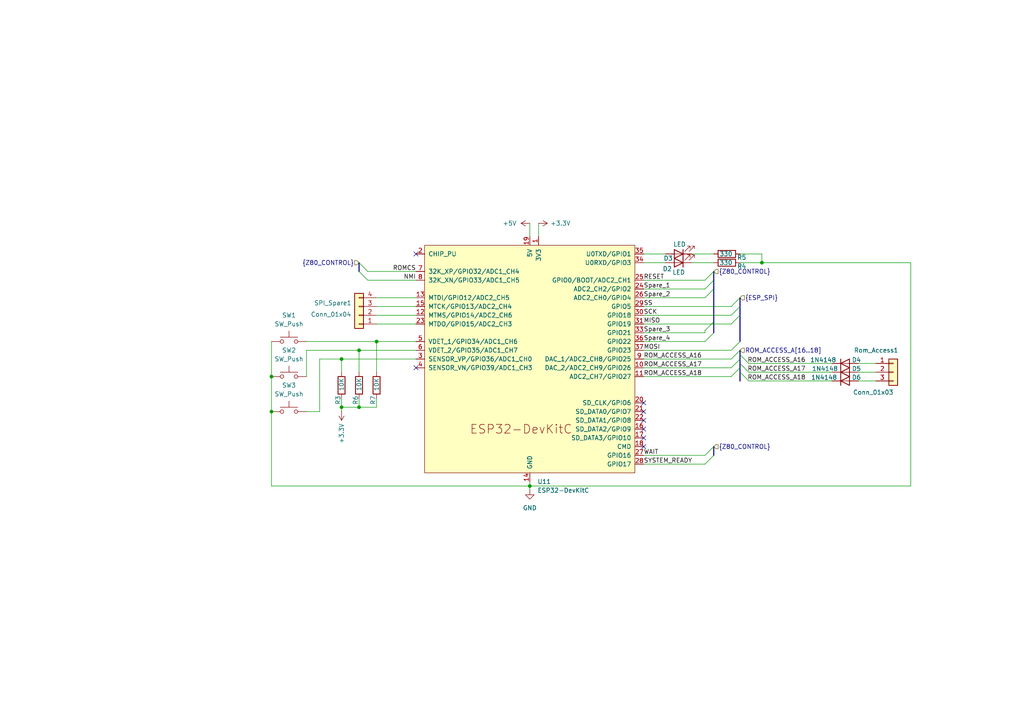
<source format=kicad_sch>
(kicad_sch
	(version 20231120)
	(generator "eeschema")
	(generator_version "8.0")
	(uuid "6b632767-46f2-46f2-8b94-82dafda0b65a")
	(paper "A4")
	(lib_symbols
		(symbol "Connector_Generic:Conn_01x03"
			(pin_names
				(offset 1.016) hide)
			(exclude_from_sim no)
			(in_bom yes)
			(on_board yes)
			(property "Reference" "J"
				(at 0 5.08 0)
				(effects
					(font
						(size 1.27 1.27)
					)
				)
			)
			(property "Value" "Conn_01x03"
				(at 0 -5.08 0)
				(effects
					(font
						(size 1.27 1.27)
					)
				)
			)
			(property "Footprint" ""
				(at 0 0 0)
				(effects
					(font
						(size 1.27 1.27)
					)
					(hide yes)
				)
			)
			(property "Datasheet" "~"
				(at 0 0 0)
				(effects
					(font
						(size 1.27 1.27)
					)
					(hide yes)
				)
			)
			(property "Description" "Generic connector, single row, 01x03, script generated (kicad-library-utils/schlib/autogen/connector/)"
				(at 0 0 0)
				(effects
					(font
						(size 1.27 1.27)
					)
					(hide yes)
				)
			)
			(property "ki_keywords" "connector"
				(at 0 0 0)
				(effects
					(font
						(size 1.27 1.27)
					)
					(hide yes)
				)
			)
			(property "ki_fp_filters" "Connector*:*_1x??_*"
				(at 0 0 0)
				(effects
					(font
						(size 1.27 1.27)
					)
					(hide yes)
				)
			)
			(symbol "Conn_01x03_1_1"
				(rectangle
					(start -1.27 -2.413)
					(end 0 -2.667)
					(stroke
						(width 0.1524)
						(type default)
					)
					(fill
						(type none)
					)
				)
				(rectangle
					(start -1.27 0.127)
					(end 0 -0.127)
					(stroke
						(width 0.1524)
						(type default)
					)
					(fill
						(type none)
					)
				)
				(rectangle
					(start -1.27 2.667)
					(end 0 2.413)
					(stroke
						(width 0.1524)
						(type default)
					)
					(fill
						(type none)
					)
				)
				(rectangle
					(start -1.27 3.81)
					(end 1.27 -3.81)
					(stroke
						(width 0.254)
						(type default)
					)
					(fill
						(type background)
					)
				)
				(pin passive line
					(at -5.08 2.54 0)
					(length 3.81)
					(name "Pin_1"
						(effects
							(font
								(size 1.27 1.27)
							)
						)
					)
					(number "1"
						(effects
							(font
								(size 1.27 1.27)
							)
						)
					)
				)
				(pin passive line
					(at -5.08 0 0)
					(length 3.81)
					(name "Pin_2"
						(effects
							(font
								(size 1.27 1.27)
							)
						)
					)
					(number "2"
						(effects
							(font
								(size 1.27 1.27)
							)
						)
					)
				)
				(pin passive line
					(at -5.08 -2.54 0)
					(length 3.81)
					(name "Pin_3"
						(effects
							(font
								(size 1.27 1.27)
							)
						)
					)
					(number "3"
						(effects
							(font
								(size 1.27 1.27)
							)
						)
					)
				)
			)
		)
		(symbol "Connector_Generic:Conn_01x04"
			(pin_names
				(offset 1.016) hide)
			(exclude_from_sim no)
			(in_bom yes)
			(on_board yes)
			(property "Reference" "J"
				(at 0 5.08 0)
				(effects
					(font
						(size 1.27 1.27)
					)
				)
			)
			(property "Value" "Conn_01x04"
				(at 0 -7.62 0)
				(effects
					(font
						(size 1.27 1.27)
					)
				)
			)
			(property "Footprint" ""
				(at 0 0 0)
				(effects
					(font
						(size 1.27 1.27)
					)
					(hide yes)
				)
			)
			(property "Datasheet" "~"
				(at 0 0 0)
				(effects
					(font
						(size 1.27 1.27)
					)
					(hide yes)
				)
			)
			(property "Description" "Generic connector, single row, 01x04, script generated (kicad-library-utils/schlib/autogen/connector/)"
				(at 0 0 0)
				(effects
					(font
						(size 1.27 1.27)
					)
					(hide yes)
				)
			)
			(property "ki_keywords" "connector"
				(at 0 0 0)
				(effects
					(font
						(size 1.27 1.27)
					)
					(hide yes)
				)
			)
			(property "ki_fp_filters" "Connector*:*_1x??_*"
				(at 0 0 0)
				(effects
					(font
						(size 1.27 1.27)
					)
					(hide yes)
				)
			)
			(symbol "Conn_01x04_1_1"
				(rectangle
					(start -1.27 -4.953)
					(end 0 -5.207)
					(stroke
						(width 0.1524)
						(type default)
					)
					(fill
						(type none)
					)
				)
				(rectangle
					(start -1.27 -2.413)
					(end 0 -2.667)
					(stroke
						(width 0.1524)
						(type default)
					)
					(fill
						(type none)
					)
				)
				(rectangle
					(start -1.27 0.127)
					(end 0 -0.127)
					(stroke
						(width 0.1524)
						(type default)
					)
					(fill
						(type none)
					)
				)
				(rectangle
					(start -1.27 2.667)
					(end 0 2.413)
					(stroke
						(width 0.1524)
						(type default)
					)
					(fill
						(type none)
					)
				)
				(rectangle
					(start -1.27 3.81)
					(end 1.27 -6.35)
					(stroke
						(width 0.254)
						(type default)
					)
					(fill
						(type background)
					)
				)
				(pin passive line
					(at -5.08 2.54 0)
					(length 3.81)
					(name "Pin_1"
						(effects
							(font
								(size 1.27 1.27)
							)
						)
					)
					(number "1"
						(effects
							(font
								(size 1.27 1.27)
							)
						)
					)
				)
				(pin passive line
					(at -5.08 0 0)
					(length 3.81)
					(name "Pin_2"
						(effects
							(font
								(size 1.27 1.27)
							)
						)
					)
					(number "2"
						(effects
							(font
								(size 1.27 1.27)
							)
						)
					)
				)
				(pin passive line
					(at -5.08 -2.54 0)
					(length 3.81)
					(name "Pin_3"
						(effects
							(font
								(size 1.27 1.27)
							)
						)
					)
					(number "3"
						(effects
							(font
								(size 1.27 1.27)
							)
						)
					)
				)
				(pin passive line
					(at -5.08 -5.08 0)
					(length 3.81)
					(name "Pin_4"
						(effects
							(font
								(size 1.27 1.27)
							)
						)
					)
					(number "4"
						(effects
							(font
								(size 1.27 1.27)
							)
						)
					)
				)
			)
		)
		(symbol "Device:LED"
			(pin_numbers hide)
			(pin_names
				(offset 1.016) hide)
			(exclude_from_sim no)
			(in_bom yes)
			(on_board yes)
			(property "Reference" "D"
				(at 0 2.54 0)
				(effects
					(font
						(size 1.27 1.27)
					)
				)
			)
			(property "Value" "LED"
				(at 0 -2.54 0)
				(effects
					(font
						(size 1.27 1.27)
					)
				)
			)
			(property "Footprint" ""
				(at 0 0 0)
				(effects
					(font
						(size 1.27 1.27)
					)
					(hide yes)
				)
			)
			(property "Datasheet" "~"
				(at 0 0 0)
				(effects
					(font
						(size 1.27 1.27)
					)
					(hide yes)
				)
			)
			(property "Description" "Light emitting diode"
				(at 0 0 0)
				(effects
					(font
						(size 1.27 1.27)
					)
					(hide yes)
				)
			)
			(property "ki_keywords" "LED diode"
				(at 0 0 0)
				(effects
					(font
						(size 1.27 1.27)
					)
					(hide yes)
				)
			)
			(property "ki_fp_filters" "LED* LED_SMD:* LED_THT:*"
				(at 0 0 0)
				(effects
					(font
						(size 1.27 1.27)
					)
					(hide yes)
				)
			)
			(symbol "LED_0_1"
				(polyline
					(pts
						(xy -1.27 -1.27) (xy -1.27 1.27)
					)
					(stroke
						(width 0.254)
						(type default)
					)
					(fill
						(type none)
					)
				)
				(polyline
					(pts
						(xy -1.27 0) (xy 1.27 0)
					)
					(stroke
						(width 0)
						(type default)
					)
					(fill
						(type none)
					)
				)
				(polyline
					(pts
						(xy 1.27 -1.27) (xy 1.27 1.27) (xy -1.27 0) (xy 1.27 -1.27)
					)
					(stroke
						(width 0.254)
						(type default)
					)
					(fill
						(type none)
					)
				)
				(polyline
					(pts
						(xy -3.048 -0.762) (xy -4.572 -2.286) (xy -3.81 -2.286) (xy -4.572 -2.286) (xy -4.572 -1.524)
					)
					(stroke
						(width 0)
						(type default)
					)
					(fill
						(type none)
					)
				)
				(polyline
					(pts
						(xy -1.778 -0.762) (xy -3.302 -2.286) (xy -2.54 -2.286) (xy -3.302 -2.286) (xy -3.302 -1.524)
					)
					(stroke
						(width 0)
						(type default)
					)
					(fill
						(type none)
					)
				)
			)
			(symbol "LED_1_1"
				(pin passive line
					(at -3.81 0 0)
					(length 2.54)
					(name "K"
						(effects
							(font
								(size 1.27 1.27)
							)
						)
					)
					(number "1"
						(effects
							(font
								(size 1.27 1.27)
							)
						)
					)
				)
				(pin passive line
					(at 3.81 0 180)
					(length 2.54)
					(name "A"
						(effects
							(font
								(size 1.27 1.27)
							)
						)
					)
					(number "2"
						(effects
							(font
								(size 1.27 1.27)
							)
						)
					)
				)
			)
		)
		(symbol "Device:R"
			(pin_numbers hide)
			(pin_names
				(offset 0)
			)
			(exclude_from_sim no)
			(in_bom yes)
			(on_board yes)
			(property "Reference" "R"
				(at 2.032 0 90)
				(effects
					(font
						(size 1.27 1.27)
					)
				)
			)
			(property "Value" "R"
				(at 0 0 90)
				(effects
					(font
						(size 1.27 1.27)
					)
				)
			)
			(property "Footprint" ""
				(at -1.778 0 90)
				(effects
					(font
						(size 1.27 1.27)
					)
					(hide yes)
				)
			)
			(property "Datasheet" "~"
				(at 0 0 0)
				(effects
					(font
						(size 1.27 1.27)
					)
					(hide yes)
				)
			)
			(property "Description" "Resistor"
				(at 0 0 0)
				(effects
					(font
						(size 1.27 1.27)
					)
					(hide yes)
				)
			)
			(property "ki_keywords" "R res resistor"
				(at 0 0 0)
				(effects
					(font
						(size 1.27 1.27)
					)
					(hide yes)
				)
			)
			(property "ki_fp_filters" "R_*"
				(at 0 0 0)
				(effects
					(font
						(size 1.27 1.27)
					)
					(hide yes)
				)
			)
			(symbol "R_0_1"
				(rectangle
					(start -1.016 -2.54)
					(end 1.016 2.54)
					(stroke
						(width 0.254)
						(type default)
					)
					(fill
						(type none)
					)
				)
			)
			(symbol "R_1_1"
				(pin passive line
					(at 0 3.81 270)
					(length 1.27)
					(name "~"
						(effects
							(font
								(size 1.27 1.27)
							)
						)
					)
					(number "1"
						(effects
							(font
								(size 1.27 1.27)
							)
						)
					)
				)
				(pin passive line
					(at 0 -3.81 90)
					(length 1.27)
					(name "~"
						(effects
							(font
								(size 1.27 1.27)
							)
						)
					)
					(number "2"
						(effects
							(font
								(size 1.27 1.27)
							)
						)
					)
				)
			)
		)
		(symbol "Diode:1N4148"
			(pin_numbers hide)
			(pin_names hide)
			(exclude_from_sim no)
			(in_bom yes)
			(on_board yes)
			(property "Reference" "D"
				(at 0 2.54 0)
				(effects
					(font
						(size 1.27 1.27)
					)
				)
			)
			(property "Value" "1N4148"
				(at 0 -2.54 0)
				(effects
					(font
						(size 1.27 1.27)
					)
				)
			)
			(property "Footprint" "Diode_THT:D_DO-35_SOD27_P7.62mm_Horizontal"
				(at 0 0 0)
				(effects
					(font
						(size 1.27 1.27)
					)
					(hide yes)
				)
			)
			(property "Datasheet" "https://assets.nexperia.com/documents/data-sheet/1N4148_1N4448.pdf"
				(at 0 0 0)
				(effects
					(font
						(size 1.27 1.27)
					)
					(hide yes)
				)
			)
			(property "Description" "100V 0.15A standard switching diode, DO-35"
				(at 0 0 0)
				(effects
					(font
						(size 1.27 1.27)
					)
					(hide yes)
				)
			)
			(property "Sim.Device" "D"
				(at 0 0 0)
				(effects
					(font
						(size 1.27 1.27)
					)
					(hide yes)
				)
			)
			(property "Sim.Pins" "1=K 2=A"
				(at 0 0 0)
				(effects
					(font
						(size 1.27 1.27)
					)
					(hide yes)
				)
			)
			(property "ki_keywords" "diode"
				(at 0 0 0)
				(effects
					(font
						(size 1.27 1.27)
					)
					(hide yes)
				)
			)
			(property "ki_fp_filters" "D*DO?35*"
				(at 0 0 0)
				(effects
					(font
						(size 1.27 1.27)
					)
					(hide yes)
				)
			)
			(symbol "1N4148_0_1"
				(polyline
					(pts
						(xy -1.27 1.27) (xy -1.27 -1.27)
					)
					(stroke
						(width 0.254)
						(type default)
					)
					(fill
						(type none)
					)
				)
				(polyline
					(pts
						(xy 1.27 0) (xy -1.27 0)
					)
					(stroke
						(width 0)
						(type default)
					)
					(fill
						(type none)
					)
				)
				(polyline
					(pts
						(xy 1.27 1.27) (xy 1.27 -1.27) (xy -1.27 0) (xy 1.27 1.27)
					)
					(stroke
						(width 0.254)
						(type default)
					)
					(fill
						(type none)
					)
				)
			)
			(symbol "1N4148_1_1"
				(pin passive line
					(at -3.81 0 0)
					(length 2.54)
					(name "K"
						(effects
							(font
								(size 1.27 1.27)
							)
						)
					)
					(number "1"
						(effects
							(font
								(size 1.27 1.27)
							)
						)
					)
				)
				(pin passive line
					(at 3.81 0 180)
					(length 2.54)
					(name "A"
						(effects
							(font
								(size 1.27 1.27)
							)
						)
					)
					(number "2"
						(effects
							(font
								(size 1.27 1.27)
							)
						)
					)
				)
			)
		)
		(symbol "Espressif:ESP32-DevKitC"
			(pin_names
				(offset 1.016)
			)
			(exclude_from_sim no)
			(in_bom yes)
			(on_board yes)
			(property "Reference" "U"
				(at -30.48 38.1 0)
				(effects
					(font
						(size 1.27 1.27)
					)
					(justify left)
				)
			)
			(property "Value" "ESP32-DevKitC"
				(at -30.48 35.56 0)
				(effects
					(font
						(size 1.27 1.27)
					)
					(justify left)
				)
			)
			(property "Footprint" "PCM_Espressif:ESP32-DevKitC"
				(at 0 -43.18 0)
				(effects
					(font
						(size 1.27 1.27)
					)
					(hide yes)
				)
			)
			(property "Datasheet" "https://docs.espressif.com/projects/esp-idf/zh_CN/latest/esp32/hw-reference/esp32/get-started-devkitc.html"
				(at 0 -45.72 0)
				(effects
					(font
						(size 1.27 1.27)
					)
					(hide yes)
				)
			)
			(property "Description" "Development Kit"
				(at 0 0 0)
				(effects
					(font
						(size 1.27 1.27)
					)
					(hide yes)
				)
			)
			(property "ki_keywords" "ESP32"
				(at 0 0 0)
				(effects
					(font
						(size 1.27 1.27)
					)
					(hide yes)
				)
			)
			(symbol "ESP32-DevKitC_0_0"
				(text "ESP32-DevKitC"
					(at -2.54 -20.32 0)
					(effects
						(font
							(size 2.54 2.54)
						)
					)
				)
				(pin power_in line
					(at 0 -35.56 90)
					(length 2.54)
					(name "GND"
						(effects
							(font
								(size 1.27 1.27)
							)
						)
					)
					(number "14"
						(effects
							(font
								(size 1.27 1.27)
							)
						)
					)
				)
				(pin power_in line
					(at 0 35.56 270)
					(length 2.54)
					(name "5V"
						(effects
							(font
								(size 1.27 1.27)
							)
						)
					)
					(number "19"
						(effects
							(font
								(size 1.27 1.27)
							)
						)
					)
				)
			)
			(symbol "ESP32-DevKitC_0_1"
				(rectangle
					(start -30.48 33.02)
					(end 30.48 -33.02)
					(stroke
						(width 0)
						(type default)
					)
					(fill
						(type background)
					)
				)
			)
			(symbol "ESP32-DevKitC_1_1"
				(pin power_in line
					(at 2.54 35.56 270)
					(length 2.54)
					(name "3V3"
						(effects
							(font
								(size 1.27 1.27)
							)
						)
					)
					(number "1"
						(effects
							(font
								(size 1.27 1.27)
							)
						)
					)
				)
				(pin bidirectional line
					(at 33.02 -2.54 180)
					(length 2.54)
					(name "DAC_2/ADC2_CH9/GPIO26"
						(effects
							(font
								(size 1.27 1.27)
							)
						)
					)
					(number "10"
						(effects
							(font
								(size 1.27 1.27)
							)
						)
					)
				)
				(pin bidirectional line
					(at 33.02 -5.08 180)
					(length 2.54)
					(name "ADC2_CH7/GPIO27"
						(effects
							(font
								(size 1.27 1.27)
							)
						)
					)
					(number "11"
						(effects
							(font
								(size 1.27 1.27)
							)
						)
					)
				)
				(pin bidirectional line
					(at -33.02 12.7 0)
					(length 2.54)
					(name "MTMS/GPIO14/ADC2_CH6"
						(effects
							(font
								(size 1.27 1.27)
							)
						)
					)
					(number "12"
						(effects
							(font
								(size 1.27 1.27)
							)
						)
					)
				)
				(pin bidirectional line
					(at -33.02 17.78 0)
					(length 2.54)
					(name "MTDI/GPIO12/ADC2_CH5"
						(effects
							(font
								(size 1.27 1.27)
							)
						)
					)
					(number "13"
						(effects
							(font
								(size 1.27 1.27)
							)
						)
					)
				)
				(pin bidirectional line
					(at -33.02 15.24 0)
					(length 2.54)
					(name "MTCK/GPIO13/ADC2_CH4"
						(effects
							(font
								(size 1.27 1.27)
							)
						)
					)
					(number "15"
						(effects
							(font
								(size 1.27 1.27)
							)
						)
					)
				)
				(pin bidirectional line
					(at 33.02 -20.32 180)
					(length 2.54)
					(name "SD_DATA2/GPIO9"
						(effects
							(font
								(size 1.27 1.27)
							)
						)
					)
					(number "16"
						(effects
							(font
								(size 1.27 1.27)
							)
						)
					)
				)
				(pin bidirectional line
					(at 33.02 -22.86 180)
					(length 2.54)
					(name "SD_DATA3/GPIO10"
						(effects
							(font
								(size 1.27 1.27)
							)
						)
					)
					(number "17"
						(effects
							(font
								(size 1.27 1.27)
							)
						)
					)
				)
				(pin bidirectional line
					(at 33.02 -25.4 180)
					(length 2.54)
					(name "CMD"
						(effects
							(font
								(size 1.27 1.27)
							)
						)
					)
					(number "18"
						(effects
							(font
								(size 1.27 1.27)
							)
						)
					)
				)
				(pin input line
					(at -33.02 30.48 0)
					(length 2.54)
					(name "CHIP_PU"
						(effects
							(font
								(size 1.27 1.27)
							)
						)
					)
					(number "2"
						(effects
							(font
								(size 1.27 1.27)
							)
						)
					)
				)
				(pin bidirectional line
					(at 33.02 -12.7 180)
					(length 2.54)
					(name "SD_CLK/GPIO6"
						(effects
							(font
								(size 1.27 1.27)
							)
						)
					)
					(number "20"
						(effects
							(font
								(size 1.27 1.27)
							)
						)
					)
				)
				(pin bidirectional line
					(at 33.02 -15.24 180)
					(length 2.54)
					(name "SD_DATA0/GPIO7"
						(effects
							(font
								(size 1.27 1.27)
							)
						)
					)
					(number "21"
						(effects
							(font
								(size 1.27 1.27)
							)
						)
					)
				)
				(pin bidirectional line
					(at 33.02 -17.78 180)
					(length 2.54)
					(name "SD_DATA1/GPIO8"
						(effects
							(font
								(size 1.27 1.27)
							)
						)
					)
					(number "22"
						(effects
							(font
								(size 1.27 1.27)
							)
						)
					)
				)
				(pin bidirectional line
					(at -33.02 10.16 0)
					(length 2.54)
					(name "MTDO/GPIO15/ADC2_CH3"
						(effects
							(font
								(size 1.27 1.27)
							)
						)
					)
					(number "23"
						(effects
							(font
								(size 1.27 1.27)
							)
						)
					)
				)
				(pin bidirectional line
					(at 33.02 20.32 180)
					(length 2.54)
					(name "ADC2_CH2/GPIO2"
						(effects
							(font
								(size 1.27 1.27)
							)
						)
					)
					(number "24"
						(effects
							(font
								(size 1.27 1.27)
							)
						)
					)
				)
				(pin bidirectional line
					(at 33.02 22.86 180)
					(length 2.54)
					(name "GPIO0/BOOT/ADC2_CH1"
						(effects
							(font
								(size 1.27 1.27)
							)
						)
					)
					(number "25"
						(effects
							(font
								(size 1.27 1.27)
							)
						)
					)
				)
				(pin bidirectional line
					(at 33.02 17.78 180)
					(length 2.54)
					(name "ADC2_CH0/GPIO4"
						(effects
							(font
								(size 1.27 1.27)
							)
						)
					)
					(number "26"
						(effects
							(font
								(size 1.27 1.27)
							)
						)
					)
				)
				(pin bidirectional line
					(at 33.02 -27.94 180)
					(length 2.54)
					(name "GPIO16"
						(effects
							(font
								(size 1.27 1.27)
							)
						)
					)
					(number "27"
						(effects
							(font
								(size 1.27 1.27)
							)
						)
					)
				)
				(pin bidirectional line
					(at 33.02 -30.48 180)
					(length 2.54)
					(name "GPIO17"
						(effects
							(font
								(size 1.27 1.27)
							)
						)
					)
					(number "28"
						(effects
							(font
								(size 1.27 1.27)
							)
						)
					)
				)
				(pin bidirectional line
					(at 33.02 15.24 180)
					(length 2.54)
					(name "GPIO5"
						(effects
							(font
								(size 1.27 1.27)
							)
						)
					)
					(number "29"
						(effects
							(font
								(size 1.27 1.27)
							)
						)
					)
				)
				(pin input line
					(at -33.02 0 0)
					(length 2.54)
					(name "SENSOR_VP/GPIO36/ADC1_CH0"
						(effects
							(font
								(size 1.27 1.27)
							)
						)
					)
					(number "3"
						(effects
							(font
								(size 1.27 1.27)
							)
						)
					)
				)
				(pin bidirectional line
					(at 33.02 12.7 180)
					(length 2.54)
					(name "GPIO18"
						(effects
							(font
								(size 1.27 1.27)
							)
						)
					)
					(number "30"
						(effects
							(font
								(size 1.27 1.27)
							)
						)
					)
				)
				(pin bidirectional line
					(at 33.02 10.16 180)
					(length 2.54)
					(name "GPIO19"
						(effects
							(font
								(size 1.27 1.27)
							)
						)
					)
					(number "31"
						(effects
							(font
								(size 1.27 1.27)
							)
						)
					)
				)
				(pin passive line
					(at 0 -35.56 90)
					(length 2.54) hide
					(name "GND"
						(effects
							(font
								(size 1.27 1.27)
							)
						)
					)
					(number "32"
						(effects
							(font
								(size 1.27 1.27)
							)
						)
					)
				)
				(pin bidirectional line
					(at 33.02 7.62 180)
					(length 2.54)
					(name "GPIO21"
						(effects
							(font
								(size 1.27 1.27)
							)
						)
					)
					(number "33"
						(effects
							(font
								(size 1.27 1.27)
							)
						)
					)
				)
				(pin bidirectional line
					(at 33.02 27.94 180)
					(length 2.54)
					(name "U0RXD/GPIO3"
						(effects
							(font
								(size 1.27 1.27)
							)
						)
					)
					(number "34"
						(effects
							(font
								(size 1.27 1.27)
							)
						)
					)
				)
				(pin bidirectional line
					(at 33.02 30.48 180)
					(length 2.54)
					(name "U0TXD/GPIO1"
						(effects
							(font
								(size 1.27 1.27)
							)
						)
					)
					(number "35"
						(effects
							(font
								(size 1.27 1.27)
							)
						)
					)
				)
				(pin bidirectional line
					(at 33.02 5.08 180)
					(length 2.54)
					(name "GPIO22"
						(effects
							(font
								(size 1.27 1.27)
							)
						)
					)
					(number "36"
						(effects
							(font
								(size 1.27 1.27)
							)
						)
					)
				)
				(pin bidirectional line
					(at 33.02 2.54 180)
					(length 2.54)
					(name "GPIO23"
						(effects
							(font
								(size 1.27 1.27)
							)
						)
					)
					(number "37"
						(effects
							(font
								(size 1.27 1.27)
							)
						)
					)
				)
				(pin passive line
					(at 0 -35.56 90)
					(length 2.54) hide
					(name "GND"
						(effects
							(font
								(size 1.27 1.27)
							)
						)
					)
					(number "38"
						(effects
							(font
								(size 1.27 1.27)
							)
						)
					)
				)
				(pin input line
					(at -33.02 -2.54 0)
					(length 2.54)
					(name "SENSOR_VN/GPIO39/ADC1_CH3"
						(effects
							(font
								(size 1.27 1.27)
							)
						)
					)
					(number "4"
						(effects
							(font
								(size 1.27 1.27)
							)
						)
					)
				)
				(pin input line
					(at -33.02 5.08 0)
					(length 2.54)
					(name "VDET_1/GPIO34/ADC1_CH6"
						(effects
							(font
								(size 1.27 1.27)
							)
						)
					)
					(number "5"
						(effects
							(font
								(size 1.27 1.27)
							)
						)
					)
				)
				(pin input line
					(at -33.02 2.54 0)
					(length 2.54)
					(name "VDET_2/GPIO35/ADC1_CH7"
						(effects
							(font
								(size 1.27 1.27)
							)
						)
					)
					(number "6"
						(effects
							(font
								(size 1.27 1.27)
							)
						)
					)
				)
				(pin bidirectional line
					(at -33.02 25.4 0)
					(length 2.54)
					(name "32K_XP/GPIO32/ADC1_CH4"
						(effects
							(font
								(size 1.27 1.27)
							)
						)
					)
					(number "7"
						(effects
							(font
								(size 1.27 1.27)
							)
						)
					)
				)
				(pin bidirectional line
					(at -33.02 22.86 0)
					(length 2.54)
					(name "32K_XN/GPIO33/ADC1_CH5"
						(effects
							(font
								(size 1.27 1.27)
							)
						)
					)
					(number "8"
						(effects
							(font
								(size 1.27 1.27)
							)
						)
					)
				)
				(pin bidirectional line
					(at 33.02 0 180)
					(length 2.54)
					(name "DAC_1/ADC2_CH8/GPIO25"
						(effects
							(font
								(size 1.27 1.27)
							)
						)
					)
					(number "9"
						(effects
							(font
								(size 1.27 1.27)
							)
						)
					)
				)
			)
		)
		(symbol "Switch:SW_Push"
			(pin_numbers hide)
			(pin_names
				(offset 1.016) hide)
			(exclude_from_sim no)
			(in_bom yes)
			(on_board yes)
			(property "Reference" "SW"
				(at 1.27 2.54 0)
				(effects
					(font
						(size 1.27 1.27)
					)
					(justify left)
				)
			)
			(property "Value" "SW_Push"
				(at 0 -1.524 0)
				(effects
					(font
						(size 1.27 1.27)
					)
				)
			)
			(property "Footprint" ""
				(at 0 5.08 0)
				(effects
					(font
						(size 1.27 1.27)
					)
					(hide yes)
				)
			)
			(property "Datasheet" "~"
				(at 0 5.08 0)
				(effects
					(font
						(size 1.27 1.27)
					)
					(hide yes)
				)
			)
			(property "Description" "Push button switch, generic, two pins"
				(at 0 0 0)
				(effects
					(font
						(size 1.27 1.27)
					)
					(hide yes)
				)
			)
			(property "ki_keywords" "switch normally-open pushbutton push-button"
				(at 0 0 0)
				(effects
					(font
						(size 1.27 1.27)
					)
					(hide yes)
				)
			)
			(symbol "SW_Push_0_1"
				(circle
					(center -2.032 0)
					(radius 0.508)
					(stroke
						(width 0)
						(type default)
					)
					(fill
						(type none)
					)
				)
				(polyline
					(pts
						(xy 0 1.27) (xy 0 3.048)
					)
					(stroke
						(width 0)
						(type default)
					)
					(fill
						(type none)
					)
				)
				(polyline
					(pts
						(xy 2.54 1.27) (xy -2.54 1.27)
					)
					(stroke
						(width 0)
						(type default)
					)
					(fill
						(type none)
					)
				)
				(circle
					(center 2.032 0)
					(radius 0.508)
					(stroke
						(width 0)
						(type default)
					)
					(fill
						(type none)
					)
				)
				(pin passive line
					(at -5.08 0 0)
					(length 2.54)
					(name "1"
						(effects
							(font
								(size 1.27 1.27)
							)
						)
					)
					(number "1"
						(effects
							(font
								(size 1.27 1.27)
							)
						)
					)
				)
				(pin passive line
					(at 5.08 0 180)
					(length 2.54)
					(name "2"
						(effects
							(font
								(size 1.27 1.27)
							)
						)
					)
					(number "2"
						(effects
							(font
								(size 1.27 1.27)
							)
						)
					)
				)
			)
		)
		(symbol "power:+3.3V"
			(power)
			(pin_numbers hide)
			(pin_names
				(offset 0) hide)
			(exclude_from_sim no)
			(in_bom yes)
			(on_board yes)
			(property "Reference" "#PWR"
				(at 0 -3.81 0)
				(effects
					(font
						(size 1.27 1.27)
					)
					(hide yes)
				)
			)
			(property "Value" "+3.3V"
				(at 0 3.556 0)
				(effects
					(font
						(size 1.27 1.27)
					)
				)
			)
			(property "Footprint" ""
				(at 0 0 0)
				(effects
					(font
						(size 1.27 1.27)
					)
					(hide yes)
				)
			)
			(property "Datasheet" ""
				(at 0 0 0)
				(effects
					(font
						(size 1.27 1.27)
					)
					(hide yes)
				)
			)
			(property "Description" "Power symbol creates a global label with name \"+3.3V\""
				(at 0 0 0)
				(effects
					(font
						(size 1.27 1.27)
					)
					(hide yes)
				)
			)
			(property "ki_keywords" "global power"
				(at 0 0 0)
				(effects
					(font
						(size 1.27 1.27)
					)
					(hide yes)
				)
			)
			(symbol "+3.3V_0_1"
				(polyline
					(pts
						(xy -0.762 1.27) (xy 0 2.54)
					)
					(stroke
						(width 0)
						(type default)
					)
					(fill
						(type none)
					)
				)
				(polyline
					(pts
						(xy 0 0) (xy 0 2.54)
					)
					(stroke
						(width 0)
						(type default)
					)
					(fill
						(type none)
					)
				)
				(polyline
					(pts
						(xy 0 2.54) (xy 0.762 1.27)
					)
					(stroke
						(width 0)
						(type default)
					)
					(fill
						(type none)
					)
				)
			)
			(symbol "+3.3V_1_1"
				(pin power_in line
					(at 0 0 90)
					(length 0)
					(name "~"
						(effects
							(font
								(size 1.27 1.27)
							)
						)
					)
					(number "1"
						(effects
							(font
								(size 1.27 1.27)
							)
						)
					)
				)
			)
		)
		(symbol "power:+5V"
			(power)
			(pin_numbers hide)
			(pin_names
				(offset 0) hide)
			(exclude_from_sim no)
			(in_bom yes)
			(on_board yes)
			(property "Reference" "#PWR"
				(at 0 -3.81 0)
				(effects
					(font
						(size 1.27 1.27)
					)
					(hide yes)
				)
			)
			(property "Value" "+5V"
				(at 0 3.556 0)
				(effects
					(font
						(size 1.27 1.27)
					)
				)
			)
			(property "Footprint" ""
				(at 0 0 0)
				(effects
					(font
						(size 1.27 1.27)
					)
					(hide yes)
				)
			)
			(property "Datasheet" ""
				(at 0 0 0)
				(effects
					(font
						(size 1.27 1.27)
					)
					(hide yes)
				)
			)
			(property "Description" "Power symbol creates a global label with name \"+5V\""
				(at 0 0 0)
				(effects
					(font
						(size 1.27 1.27)
					)
					(hide yes)
				)
			)
			(property "ki_keywords" "global power"
				(at 0 0 0)
				(effects
					(font
						(size 1.27 1.27)
					)
					(hide yes)
				)
			)
			(symbol "+5V_0_1"
				(polyline
					(pts
						(xy -0.762 1.27) (xy 0 2.54)
					)
					(stroke
						(width 0)
						(type default)
					)
					(fill
						(type none)
					)
				)
				(polyline
					(pts
						(xy 0 0) (xy 0 2.54)
					)
					(stroke
						(width 0)
						(type default)
					)
					(fill
						(type none)
					)
				)
				(polyline
					(pts
						(xy 0 2.54) (xy 0.762 1.27)
					)
					(stroke
						(width 0)
						(type default)
					)
					(fill
						(type none)
					)
				)
			)
			(symbol "+5V_1_1"
				(pin power_in line
					(at 0 0 90)
					(length 0)
					(name "~"
						(effects
							(font
								(size 1.27 1.27)
							)
						)
					)
					(number "1"
						(effects
							(font
								(size 1.27 1.27)
							)
						)
					)
				)
			)
		)
		(symbol "power:GND"
			(power)
			(pin_numbers hide)
			(pin_names
				(offset 0) hide)
			(exclude_from_sim no)
			(in_bom yes)
			(on_board yes)
			(property "Reference" "#PWR"
				(at 0 -6.35 0)
				(effects
					(font
						(size 1.27 1.27)
					)
					(hide yes)
				)
			)
			(property "Value" "GND"
				(at 0 -3.81 0)
				(effects
					(font
						(size 1.27 1.27)
					)
				)
			)
			(property "Footprint" ""
				(at 0 0 0)
				(effects
					(font
						(size 1.27 1.27)
					)
					(hide yes)
				)
			)
			(property "Datasheet" ""
				(at 0 0 0)
				(effects
					(font
						(size 1.27 1.27)
					)
					(hide yes)
				)
			)
			(property "Description" "Power symbol creates a global label with name \"GND\" , ground"
				(at 0 0 0)
				(effects
					(font
						(size 1.27 1.27)
					)
					(hide yes)
				)
			)
			(property "ki_keywords" "global power"
				(at 0 0 0)
				(effects
					(font
						(size 1.27 1.27)
					)
					(hide yes)
				)
			)
			(symbol "GND_0_1"
				(polyline
					(pts
						(xy 0 0) (xy 0 -1.27) (xy 1.27 -1.27) (xy 0 -2.54) (xy -1.27 -1.27) (xy 0 -1.27)
					)
					(stroke
						(width 0)
						(type default)
					)
					(fill
						(type none)
					)
				)
			)
			(symbol "GND_1_1"
				(pin power_in line
					(at 0 0 270)
					(length 0)
					(name "~"
						(effects
							(font
								(size 1.27 1.27)
							)
						)
					)
					(number "1"
						(effects
							(font
								(size 1.27 1.27)
							)
						)
					)
				)
			)
		)
	)
	(bus_alias "ESP_SPI"
		(members "SS" "SCK" "MISO" "MOSI")
	)
	(junction
		(at 153.67 140.97)
		(diameter 0)
		(color 0 0 0 0)
		(uuid "011f158f-21e8-4fa4-8f38-50be0ef7afc9")
	)
	(junction
		(at 220.98 76.2)
		(diameter 0)
		(color 0 0 0 0)
		(uuid "0abe66ae-6be3-45d9-a8c8-2d6e675dbb36")
	)
	(junction
		(at 104.14 101.6)
		(diameter 0)
		(color 0 0 0 0)
		(uuid "2510f443-f291-4082-a47f-20a78c377254")
	)
	(junction
		(at 99.06 104.14)
		(diameter 0)
		(color 0 0 0 0)
		(uuid "330489aa-02e1-4e76-bf14-87a157c72564")
	)
	(junction
		(at 99.06 118.11)
		(diameter 0)
		(color 0 0 0 0)
		(uuid "494b18fd-7fd8-415e-b2be-a30544d3bdf0")
	)
	(junction
		(at 109.22 99.06)
		(diameter 0)
		(color 0 0 0 0)
		(uuid "6989f7a4-ddac-496a-a378-cd7f843df53f")
	)
	(junction
		(at 78.74 119.38)
		(diameter 0)
		(color 0 0 0 0)
		(uuid "78a3d622-9d07-4f8d-a431-c3d125a03ea2")
	)
	(junction
		(at 104.14 118.11)
		(diameter 0)
		(color 0 0 0 0)
		(uuid "b2246da7-e520-4e13-9897-b05f65f427a9")
	)
	(junction
		(at 78.74 109.22)
		(diameter 0)
		(color 0 0 0 0)
		(uuid "c4925a77-8c13-4ef5-a8ed-eceeb3717049")
	)
	(no_connect
		(at 186.69 124.46)
		(uuid "2874345e-4004-4f1f-a0ad-7a8b14f4e2c9")
	)
	(no_connect
		(at 186.69 127)
		(uuid "2bbf86d1-9395-4d74-8abc-c8caaf5c28c1")
	)
	(no_connect
		(at 186.69 119.38)
		(uuid "5416b876-f2f2-4213-97e1-3a7fecf7b5a2")
	)
	(no_connect
		(at 186.69 121.92)
		(uuid "6f22f5ce-ec6a-4d1f-a02f-ea1d2275c9bf")
	)
	(no_connect
		(at 186.69 129.54)
		(uuid "724f37eb-20d4-4955-89a8-61f701c00815")
	)
	(no_connect
		(at 120.65 106.68)
		(uuid "90e5afd8-8c11-414f-ba8e-076814bd89a3")
	)
	(no_connect
		(at 186.69 116.84)
		(uuid "a1f9f099-9b74-4c3b-aecc-d63f6f055252")
	)
	(no_connect
		(at 120.65 73.66)
		(uuid "b3a4b58a-5915-4b1b-95be-406316a4276c")
	)
	(bus_entry
		(at 214.63 86.36)
		(size -2.54 2.54)
		(stroke
			(width 0)
			(type default)
		)
		(uuid "0befc913-f718-4d62-b08f-8dbee4015920")
	)
	(bus_entry
		(at 207.01 93.345)
		(size -2.54 2.54)
		(stroke
			(width 0)
			(type default)
		)
		(uuid "1c7f1dd3-4ab7-461b-8183-52903113f32c")
	)
	(bus_entry
		(at 214.63 102.87)
		(size 2.54 2.54)
		(stroke
			(width 0)
			(type default)
		)
		(uuid "2be02d6c-4012-4e5b-ba77-0a71d5114e27")
	)
	(bus_entry
		(at 214.63 101.6)
		(size -2.54 2.54)
		(stroke
			(width 0)
			(type default)
		)
		(uuid "2d871304-e617-4613-987b-c77327b80664")
	)
	(bus_entry
		(at 214.63 91.44)
		(size -2.54 2.54)
		(stroke
			(width 0)
			(type default)
		)
		(uuid "3da87ad2-dc17-4182-8b7c-ff66cd3738dd")
	)
	(bus_entry
		(at 104.14 78.74)
		(size 2.54 2.54)
		(stroke
			(width 0)
			(type default)
		)
		(uuid "4784949a-c15a-4597-82ed-df089055f011")
	)
	(bus_entry
		(at 214.63 88.9)
		(size -2.54 2.54)
		(stroke
			(width 0)
			(type default)
		)
		(uuid "4b89c861-3708-4674-a9c3-42d72531e161")
	)
	(bus_entry
		(at 207.01 132.08)
		(size -2.54 2.54)
		(stroke
			(width 0)
			(type default)
		)
		(uuid "573c1820-7a5a-4296-a8d4-fdaed6832caa")
	)
	(bus_entry
		(at 207.01 81.28)
		(size -2.54 2.54)
		(stroke
			(width 0)
			(type default)
		)
		(uuid "707b2aed-7bcf-4099-a9f5-30bc0ccec1ba")
	)
	(bus_entry
		(at 104.14 76.2)
		(size 2.54 2.54)
		(stroke
			(width 0)
			(type default)
		)
		(uuid "874a43fa-71a8-4410-9f0b-b295c7ccf591")
	)
	(bus_entry
		(at 214.63 104.14)
		(size -2.54 2.54)
		(stroke
			(width 0)
			(type default)
		)
		(uuid "94314067-9a96-4870-b2c3-7f5eeb7b0419")
	)
	(bus_entry
		(at 214.63 106.68)
		(size -2.54 2.54)
		(stroke
			(width 0)
			(type default)
		)
		(uuid "a231284d-8880-4695-aade-a78f2ed4b8e5")
	)
	(bus_entry
		(at 207.01 78.74)
		(size -2.54 2.54)
		(stroke
			(width 0)
			(type default)
		)
		(uuid "b1d55218-68e8-4846-8c8c-f6aa03111539")
	)
	(bus_entry
		(at 214.63 105.41)
		(size 2.54 2.54)
		(stroke
			(width 0)
			(type default)
		)
		(uuid "b5a9e877-30e0-40db-8e90-17188e3af097")
	)
	(bus_entry
		(at 207.01 83.82)
		(size -2.54 2.54)
		(stroke
			(width 0)
			(type default)
		)
		(uuid "c7985eca-6305-450f-a6ce-56f534cab16e")
	)
	(bus_entry
		(at 207.01 129.54)
		(size -2.54 2.54)
		(stroke
			(width 0)
			(type default)
		)
		(uuid "ce4f42aa-437f-4eac-870d-613ad18e0e78")
	)
	(bus_entry
		(at 207.01 96.52)
		(size -2.54 2.54)
		(stroke
			(width 0)
			(type default)
		)
		(uuid "d8075951-41b5-45a7-afb0-015cc2670cd3")
	)
	(bus_entry
		(at 214.63 107.95)
		(size 2.54 2.54)
		(stroke
			(width 0)
			(type default)
		)
		(uuid "f43302a5-712e-4e3e-ac81-6cd39d8448e8")
	)
	(bus_entry
		(at 214.63 99.06)
		(size -2.54 2.54)
		(stroke
			(width 0)
			(type default)
		)
		(uuid "ffc921ee-ecba-4119-a52d-e6b6398acbf9")
	)
	(wire
		(pts
			(xy 109.22 99.06) (xy 109.22 107.95)
		)
		(stroke
			(width 0)
			(type default)
		)
		(uuid "00ebdb18-b082-4b1a-95db-87d4becfef3f")
	)
	(wire
		(pts
			(xy 186.69 101.6) (xy 212.09 101.6)
		)
		(stroke
			(width 0)
			(type default)
		)
		(uuid "0794d6f3-b971-4a81-b7fa-fdbe73069c35")
	)
	(wire
		(pts
			(xy 186.69 83.82) (xy 204.47 83.82)
		)
		(stroke
			(width 0)
			(type default)
		)
		(uuid "0cceac78-fb52-43db-8b0f-6d50cc88ab21")
	)
	(wire
		(pts
			(xy 78.74 109.22) (xy 78.74 119.38)
		)
		(stroke
			(width 0)
			(type default)
		)
		(uuid "0e524382-e1c7-4bb9-8085-db9ee4ecab6e")
	)
	(wire
		(pts
			(xy 200.66 73.66) (xy 207.01 73.66)
		)
		(stroke
			(width 0)
			(type default)
		)
		(uuid "0fda32cb-480e-43c6-9121-9ef7c1b877ca")
	)
	(wire
		(pts
			(xy 186.69 104.14) (xy 212.09 104.14)
		)
		(stroke
			(width 0)
			(type default)
		)
		(uuid "145e88d6-a497-4b25-a433-e8e51964494c")
	)
	(wire
		(pts
			(xy 109.22 88.9) (xy 120.65 88.9)
		)
		(stroke
			(width 0)
			(type default)
		)
		(uuid "152a872e-5e79-46e4-984a-3d5a13b623c2")
	)
	(wire
		(pts
			(xy 109.22 91.44) (xy 120.65 91.44)
		)
		(stroke
			(width 0)
			(type default)
		)
		(uuid "19e93e06-c5ad-4556-8a6b-2c189c9c6217")
	)
	(wire
		(pts
			(xy 264.16 76.2) (xy 264.16 140.97)
		)
		(stroke
			(width 0)
			(type default)
		)
		(uuid "1a15945e-90e3-4185-af27-59cd9a8a9d20")
	)
	(wire
		(pts
			(xy 217.17 105.41) (xy 241.3 105.41)
		)
		(stroke
			(width 0)
			(type default)
		)
		(uuid "1a6e5f53-3c96-4594-97ed-cc1845a0e805")
	)
	(wire
		(pts
			(xy 186.69 86.36) (xy 204.47 86.36)
		)
		(stroke
			(width 0)
			(type default)
		)
		(uuid "1b9c2900-8ba0-48ee-ab48-d48c06ae34f3")
	)
	(wire
		(pts
			(xy 104.14 118.11) (xy 99.06 118.11)
		)
		(stroke
			(width 0)
			(type default)
		)
		(uuid "1f67985c-7847-4e39-a22b-e84002353589")
	)
	(wire
		(pts
			(xy 186.69 73.66) (xy 193.04 73.66)
		)
		(stroke
			(width 0)
			(type default)
		)
		(uuid "219caa1f-4b5e-42ca-bd93-7d3537d8d7c5")
	)
	(wire
		(pts
			(xy 220.98 76.2) (xy 264.16 76.2)
		)
		(stroke
			(width 0)
			(type default)
		)
		(uuid "23234c71-e7d2-4df8-b3ee-2fae27b44aa7")
	)
	(wire
		(pts
			(xy 88.9 101.6) (xy 104.14 101.6)
		)
		(stroke
			(width 0)
			(type default)
		)
		(uuid "2338760c-5a1c-45c5-bac0-4237d85607a9")
	)
	(wire
		(pts
			(xy 264.16 140.97) (xy 153.67 140.97)
		)
		(stroke
			(width 0)
			(type default)
		)
		(uuid "241c06ac-d706-493d-b5aa-9aeb621e48e6")
	)
	(bus
		(pts
			(xy 214.63 86.36) (xy 214.63 88.9)
		)
		(stroke
			(width 0)
			(type default)
		)
		(uuid "2a3cb2e1-8f74-4337-a2db-825876f75c1b")
	)
	(wire
		(pts
			(xy 78.74 140.97) (xy 153.67 140.97)
		)
		(stroke
			(width 0)
			(type default)
		)
		(uuid "2bc3ae20-94f8-4813-9aa8-5e9129b686e7")
	)
	(bus
		(pts
			(xy 214.63 102.87) (xy 214.63 104.14)
		)
		(stroke
			(width 0)
			(type default)
		)
		(uuid "2e3331f3-2bd6-4c38-b707-7f3ebd36e30a")
	)
	(wire
		(pts
			(xy 88.9 99.06) (xy 109.22 99.06)
		)
		(stroke
			(width 0)
			(type default)
		)
		(uuid "2ec529d9-1ba6-4e87-8ab9-48caa301577f")
	)
	(wire
		(pts
			(xy 214.63 76.2) (xy 220.98 76.2)
		)
		(stroke
			(width 0)
			(type default)
		)
		(uuid "31bfeb3c-32a9-4609-87df-635d5234f862")
	)
	(wire
		(pts
			(xy 186.69 106.68) (xy 212.09 106.68)
		)
		(stroke
			(width 0)
			(type default)
		)
		(uuid "3ccb6ecd-9246-403b-b542-b342ef221f9b")
	)
	(wire
		(pts
			(xy 186.69 109.22) (xy 212.09 109.22)
		)
		(stroke
			(width 0)
			(type default)
		)
		(uuid "3e71857a-b13a-476f-a6eb-1e6c66676ef9")
	)
	(wire
		(pts
			(xy 88.9 119.38) (xy 92.71 119.38)
		)
		(stroke
			(width 0)
			(type default)
		)
		(uuid "41264e6e-f1f5-40b7-8ecf-f890c2868307")
	)
	(wire
		(pts
			(xy 109.22 93.98) (xy 120.65 93.98)
		)
		(stroke
			(width 0)
			(type default)
		)
		(uuid "41517f0c-cc4d-445a-a401-1d537e59fc14")
	)
	(wire
		(pts
			(xy 217.17 110.49) (xy 241.3 110.49)
		)
		(stroke
			(width 0)
			(type default)
		)
		(uuid "420c0b8e-7537-41a5-af38-e0d22c26b07f")
	)
	(bus
		(pts
			(xy 214.63 104.14) (xy 214.63 105.41)
		)
		(stroke
			(width 0)
			(type default)
		)
		(uuid "45256539-011c-49cc-8398-5d07f102a8fd")
	)
	(wire
		(pts
			(xy 220.98 73.66) (xy 220.98 76.2)
		)
		(stroke
			(width 0)
			(type default)
		)
		(uuid "4eedec12-a0c0-4fe4-80d2-3e5905b61861")
	)
	(wire
		(pts
			(xy 99.06 104.14) (xy 120.65 104.14)
		)
		(stroke
			(width 0)
			(type default)
		)
		(uuid "507a9627-27ee-466f-9084-ba4ef9fd1a38")
	)
	(wire
		(pts
			(xy 99.06 118.11) (xy 99.06 119.38)
		)
		(stroke
			(width 0)
			(type default)
		)
		(uuid "50d1567c-e5d3-4c9b-8e1b-ba1925c0125c")
	)
	(wire
		(pts
			(xy 153.67 64.77) (xy 153.67 68.58)
		)
		(stroke
			(width 0)
			(type default)
		)
		(uuid "52da9624-4081-4b63-b824-200b8fb46de4")
	)
	(wire
		(pts
			(xy 104.14 101.6) (xy 120.65 101.6)
		)
		(stroke
			(width 0)
			(type default)
		)
		(uuid "5a0035e1-0b67-41dc-bb98-2d55465f2d2e")
	)
	(wire
		(pts
			(xy 214.63 73.66) (xy 220.98 73.66)
		)
		(stroke
			(width 0)
			(type default)
		)
		(uuid "5ae2726d-5a16-414f-8f39-7ddfbfb265b0")
	)
	(bus
		(pts
			(xy 104.14 76.2) (xy 104.14 78.74)
		)
		(stroke
			(width 0)
			(type default)
		)
		(uuid "63cbee66-04fd-4bb7-8d31-2121dd88d156")
	)
	(wire
		(pts
			(xy 156.21 64.77) (xy 156.21 68.58)
		)
		(stroke
			(width 0)
			(type default)
		)
		(uuid "64823e3d-a0d8-4a20-9364-1a628a27f4e8")
	)
	(wire
		(pts
			(xy 109.22 118.11) (xy 104.14 118.11)
		)
		(stroke
			(width 0)
			(type default)
		)
		(uuid "651e8c67-20ae-4a0f-b34f-51b0ae9d1eb2")
	)
	(wire
		(pts
			(xy 248.92 105.41) (xy 254 105.41)
		)
		(stroke
			(width 0)
			(type default)
		)
		(uuid "66294c28-5e4b-49ec-99b3-3267648f8b68")
	)
	(wire
		(pts
			(xy 204.47 95.885) (xy 204.47 96.52)
		)
		(stroke
			(width 0)
			(type default)
		)
		(uuid "6ccf141f-aa8b-4c4e-b9c4-98e6995dd119")
	)
	(bus
		(pts
			(xy 214.63 107.95) (xy 214.63 110.49)
		)
		(stroke
			(width 0)
			(type default)
		)
		(uuid "6dde2fab-1dcc-4ee5-ad72-b584a32b8635")
	)
	(wire
		(pts
			(xy 88.9 109.22) (xy 88.9 101.6)
		)
		(stroke
			(width 0)
			(type default)
		)
		(uuid "6e1def4a-42e3-42b3-bd21-f23e38445900")
	)
	(bus
		(pts
			(xy 214.63 88.9) (xy 214.63 91.44)
		)
		(stroke
			(width 0)
			(type default)
		)
		(uuid "72df17c7-a8e7-45fb-a8aa-4aa2496c174f")
	)
	(bus
		(pts
			(xy 214.63 106.68) (xy 214.63 107.95)
		)
		(stroke
			(width 0)
			(type default)
		)
		(uuid "848d9311-7a39-4e51-b84d-dfd406be4571")
	)
	(wire
		(pts
			(xy 186.69 81.28) (xy 204.47 81.28)
		)
		(stroke
			(width 0)
			(type default)
		)
		(uuid "878544fd-ad84-4934-b7e9-7712cb7c2ea8")
	)
	(wire
		(pts
			(xy 153.67 140.97) (xy 153.67 142.24)
		)
		(stroke
			(width 0)
			(type default)
		)
		(uuid "8acd629c-d95c-4794-94ec-4d2ecce5ed75")
	)
	(wire
		(pts
			(xy 186.69 134.62) (xy 204.47 134.62)
		)
		(stroke
			(width 0)
			(type default)
		)
		(uuid "8cfc2f6e-6996-41e4-8845-f9a11b2d574d")
	)
	(bus
		(pts
			(xy 207.01 81.28) (xy 207.01 83.82)
		)
		(stroke
			(width 0)
			(type default)
		)
		(uuid "8fa380f2-acc0-4027-a629-c57671963fad")
	)
	(wire
		(pts
			(xy 99.06 104.14) (xy 99.06 107.95)
		)
		(stroke
			(width 0)
			(type default)
		)
		(uuid "9214ab2b-e813-4c74-82e4-a12efef151d7")
	)
	(bus
		(pts
			(xy 214.63 105.41) (xy 214.63 106.68)
		)
		(stroke
			(width 0)
			(type default)
		)
		(uuid "99f59dc9-3592-4f6a-82fe-ef9c8173dd2c")
	)
	(bus
		(pts
			(xy 207.01 83.82) (xy 207.01 93.345)
		)
		(stroke
			(width 0)
			(type default)
		)
		(uuid "9a0dff14-003a-41bc-9d0d-f2f36736499e")
	)
	(wire
		(pts
			(xy 92.71 104.14) (xy 99.06 104.14)
		)
		(stroke
			(width 0)
			(type default)
		)
		(uuid "a7dfe1f6-061d-42c0-b41e-95dd0e95f029")
	)
	(wire
		(pts
			(xy 109.22 86.36) (xy 120.65 86.36)
		)
		(stroke
			(width 0)
			(type default)
		)
		(uuid "a900c997-2390-44b5-ac98-0aa5347d5b73")
	)
	(wire
		(pts
			(xy 212.09 93.98) (xy 186.69 93.98)
		)
		(stroke
			(width 0)
			(type default)
		)
		(uuid "a9b01896-e3b2-4175-a748-a18abf8881e8")
	)
	(wire
		(pts
			(xy 186.69 76.2) (xy 193.04 76.2)
		)
		(stroke
			(width 0)
			(type default)
		)
		(uuid "ac1b9a19-a61b-4922-8f59-2514c8c38ead")
	)
	(wire
		(pts
			(xy 186.69 99.06) (xy 204.47 99.06)
		)
		(stroke
			(width 0)
			(type default)
		)
		(uuid "b9f02dca-6656-42b1-b0f7-79513178c648")
	)
	(bus
		(pts
			(xy 207.01 129.54) (xy 207.01 132.08)
		)
		(stroke
			(width 0)
			(type default)
		)
		(uuid "be050ec8-3caf-4863-a02f-62d07ba475c3")
	)
	(wire
		(pts
			(xy 78.74 99.06) (xy 78.74 109.22)
		)
		(stroke
			(width 0)
			(type default)
		)
		(uuid "bf55e3d6-427b-4b3c-9f83-e60da1c770e0")
	)
	(wire
		(pts
			(xy 186.69 91.44) (xy 212.09 91.44)
		)
		(stroke
			(width 0)
			(type default)
		)
		(uuid "c265d469-3155-457d-8191-4c984bb1561c")
	)
	(bus
		(pts
			(xy 207.01 78.74) (xy 207.01 81.28)
		)
		(stroke
			(width 0)
			(type default)
		)
		(uuid "c478682b-263e-44b5-b969-e65438429347")
	)
	(wire
		(pts
			(xy 92.71 119.38) (xy 92.71 104.14)
		)
		(stroke
			(width 0)
			(type default)
		)
		(uuid "c480e6ec-a18d-43dd-a4e0-6796805d738d")
	)
	(bus
		(pts
			(xy 214.63 91.44) (xy 214.63 99.06)
		)
		(stroke
			(width 0)
			(type default)
		)
		(uuid "c62c1e26-40a5-4420-8c34-8f7e52ccb6c6")
	)
	(wire
		(pts
			(xy 106.68 81.28) (xy 120.65 81.28)
		)
		(stroke
			(width 0)
			(type default)
		)
		(uuid "cdaca051-b465-4087-a4b5-4430eeb6359d")
	)
	(wire
		(pts
			(xy 109.22 115.57) (xy 109.22 118.11)
		)
		(stroke
			(width 0)
			(type default)
		)
		(uuid "d2dc795c-8faf-4c12-ad47-822adf5b1ea4")
	)
	(wire
		(pts
			(xy 153.67 139.7) (xy 153.67 140.97)
		)
		(stroke
			(width 0)
			(type default)
		)
		(uuid "d2dca984-c106-4fd9-b0a6-a65ce25904af")
	)
	(wire
		(pts
			(xy 106.68 78.74) (xy 120.65 78.74)
		)
		(stroke
			(width 0)
			(type default)
		)
		(uuid "d62a7d5f-d988-43c0-9842-4a538644e781")
	)
	(wire
		(pts
			(xy 200.66 76.2) (xy 207.01 76.2)
		)
		(stroke
			(width 0)
			(type default)
		)
		(uuid "d90b585c-7832-474a-969c-b665794cbd9f")
	)
	(wire
		(pts
			(xy 104.14 115.57) (xy 104.14 118.11)
		)
		(stroke
			(width 0)
			(type default)
		)
		(uuid "da684aab-04cd-49e2-98a4-8dd5cc5abeee")
	)
	(bus
		(pts
			(xy 207.01 93.345) (xy 207.01 96.52)
		)
		(stroke
			(width 0)
			(type default)
		)
		(uuid "dde1885c-8cee-458d-bced-57b625ea6e44")
	)
	(wire
		(pts
			(xy 186.69 132.08) (xy 204.47 132.08)
		)
		(stroke
			(width 0)
			(type default)
		)
		(uuid "df7ea68f-da4f-4791-8fd5-81c2e5758652")
	)
	(wire
		(pts
			(xy 248.92 107.95) (xy 254 107.95)
		)
		(stroke
			(width 0)
			(type default)
		)
		(uuid "e4684edd-b651-41b1-bfd5-e0ea06e7f431")
	)
	(wire
		(pts
			(xy 217.17 107.95) (xy 241.3 107.95)
		)
		(stroke
			(width 0)
			(type default)
		)
		(uuid "e7b86301-0a6b-483f-bfa5-27e46ba8dbe5")
	)
	(wire
		(pts
			(xy 78.74 119.38) (xy 78.74 140.97)
		)
		(stroke
			(width 0)
			(type default)
		)
		(uuid "ec59f253-4022-4d23-af23-9bbacc2761c2")
	)
	(wire
		(pts
			(xy 109.22 99.06) (xy 120.65 99.06)
		)
		(stroke
			(width 0)
			(type default)
		)
		(uuid "ef9090d6-182b-4a3a-ac34-16a7ae649ce5")
	)
	(bus
		(pts
			(xy 214.63 101.6) (xy 214.63 102.87)
		)
		(stroke
			(width 0)
			(type default)
		)
		(uuid "f041449d-0162-4692-be25-38e2fc8b9d38")
	)
	(wire
		(pts
			(xy 204.47 96.52) (xy 186.69 96.52)
		)
		(stroke
			(width 0)
			(type default)
		)
		(uuid "f089f1da-a689-44f3-8016-0f2429df3353")
	)
	(wire
		(pts
			(xy 104.14 101.6) (xy 104.14 107.95)
		)
		(stroke
			(width 0)
			(type default)
		)
		(uuid "f2657b84-6b4b-4ca0-87dd-16e7c9173591")
	)
	(wire
		(pts
			(xy 186.69 88.9) (xy 212.09 88.9)
		)
		(stroke
			(width 0)
			(type default)
		)
		(uuid "f6279635-308e-47b6-b4de-53da89547401")
	)
	(wire
		(pts
			(xy 99.06 115.57) (xy 99.06 118.11)
		)
		(stroke
			(width 0)
			(type default)
		)
		(uuid "fa90c254-bd4a-44f5-aba3-a713261eb5a7")
	)
	(wire
		(pts
			(xy 248.92 110.49) (xy 254 110.49)
		)
		(stroke
			(width 0)
			(type default)
		)
		(uuid "fd51969c-e8f3-460c-9bd7-e8750f741200")
	)
	(label "ROM_ACCESS_A18"
		(at 186.69 109.22 0)
		(fields_autoplaced yes)
		(effects
			(font
				(size 1.27 1.27)
			)
			(justify left bottom)
		)
		(uuid "053e55ad-1a35-4079-ab6f-e2e7d7709850")
	)
	(label "ROM_ACCESS_A16"
		(at 233.68 105.41 180)
		(fields_autoplaced yes)
		(effects
			(font
				(size 1.27 1.27)
			)
			(justify right bottom)
		)
		(uuid "1a7732f9-e7b7-479b-9618-fd174bf0dd6c")
	)
	(label "SS"
		(at 186.69 88.9 0)
		(fields_autoplaced yes)
		(effects
			(font
				(size 1.27 1.27)
			)
			(justify left bottom)
		)
		(uuid "25aefd0f-7291-4c6f-ac9e-f359ed397c05")
	)
	(label "Spare_2"
		(at 186.69 86.36 0)
		(fields_autoplaced yes)
		(effects
			(font
				(size 1.27 1.27)
			)
			(justify left bottom)
		)
		(uuid "29dd4091-ea5f-4124-8434-1dc75214eadd")
	)
	(label "Spare_1"
		(at 186.69 83.82 0)
		(fields_autoplaced yes)
		(effects
			(font
				(size 1.27 1.27)
			)
			(justify left bottom)
		)
		(uuid "3af5c407-3a22-4d5d-b05c-dd0d70cd0cae")
	)
	(label "SCK"
		(at 186.69 91.44 0)
		(fields_autoplaced yes)
		(effects
			(font
				(size 1.27 1.27)
			)
			(justify left bottom)
		)
		(uuid "40253662-9a0c-4926-a663-a09c9fac7c2b")
	)
	(label "MOSI"
		(at 186.69 101.6 0)
		(fields_autoplaced yes)
		(effects
			(font
				(size 1.27 1.27)
			)
			(justify left bottom)
		)
		(uuid "4ccbc281-c54d-4fb5-aa75-4c8c4c88438c")
	)
	(label "ROM_ACCESS_A18"
		(at 233.68 110.49 180)
		(fields_autoplaced yes)
		(effects
			(font
				(size 1.27 1.27)
			)
			(justify right bottom)
		)
		(uuid "4e4fd55d-b74f-4c51-aa8a-ed979bd2a509")
	)
	(label "Spare_4"
		(at 186.69 99.06 0)
		(fields_autoplaced yes)
		(effects
			(font
				(size 1.27 1.27)
			)
			(justify left bottom)
		)
		(uuid "4f08ecf6-1489-4517-a539-f3fffa92333e")
	)
	(label "NMI"
		(at 120.65 81.28 180)
		(fields_autoplaced yes)
		(effects
			(font
				(size 1.27 1.27)
			)
			(justify right bottom)
		)
		(uuid "58827664-6bbe-4930-9fd0-87bbb159d4f8")
	)
	(label "RESET"
		(at 186.69 81.28 0)
		(fields_autoplaced yes)
		(effects
			(font
				(size 1.27 1.27)
			)
			(justify left bottom)
		)
		(uuid "677144f8-41f8-49fc-a00a-1d804e7995b2")
	)
	(label "Spare_3"
		(at 186.69 96.52 0)
		(fields_autoplaced yes)
		(effects
			(font
				(size 1.27 1.27)
			)
			(justify left bottom)
		)
		(uuid "6f37fe8e-cc58-4d6a-a9be-d9d43fe50417")
	)
	(label "WAIT"
		(at 186.69 132.08 0)
		(fields_autoplaced yes)
		(effects
			(font
				(size 1.27 1.27)
			)
			(justify left bottom)
		)
		(uuid "810a1c32-49f9-4b0b-b5cc-4c4797bc6287")
	)
	(label "SYSTEM_READY"
		(at 186.69 134.62 0)
		(fields_autoplaced yes)
		(effects
			(font
				(size 1.27 1.27)
			)
			(justify left bottom)
		)
		(uuid "d2a40c98-4372-4d98-a722-3dbac074ce1b")
	)
	(label "ROM_ACCESS_A17"
		(at 233.68 107.95 180)
		(fields_autoplaced yes)
		(effects
			(font
				(size 1.27 1.27)
			)
			(justify right bottom)
		)
		(uuid "d569437a-8d57-4eab-bec4-2f4ef6b46d61")
	)
	(label "ROM_ACCESS_A17"
		(at 186.69 106.68 0)
		(fields_autoplaced yes)
		(effects
			(font
				(size 1.27 1.27)
			)
			(justify left bottom)
		)
		(uuid "d56d5e3b-c727-4610-99c4-2624593d3403")
	)
	(label "ROM_ACCESS_A16"
		(at 186.69 104.14 0)
		(fields_autoplaced yes)
		(effects
			(font
				(size 1.27 1.27)
			)
			(justify left bottom)
		)
		(uuid "ebfbd630-bea7-4072-b10f-a6ea10362fbf")
	)
	(label "ROMCS"
		(at 120.65 78.74 180)
		(fields_autoplaced yes)
		(effects
			(font
				(size 1.27 1.27)
			)
			(justify right bottom)
		)
		(uuid "f607d415-b5be-411e-8e54-6cda710e09b8")
	)
	(label "MISO"
		(at 186.69 93.98 0)
		(fields_autoplaced yes)
		(effects
			(font
				(size 1.27 1.27)
			)
			(justify left bottom)
		)
		(uuid "f7eb96b5-0f80-4db2-a6aa-deefb1a5c392")
	)
	(hierarchical_label "{Z80_CONTROL}"
		(shape input)
		(at 104.14 76.2 180)
		(fields_autoplaced yes)
		(effects
			(font
				(size 1.27 1.27)
			)
			(justify right)
		)
		(uuid "2562e1d2-bc7e-44c6-ac02-3ece01906a1a")
	)
	(hierarchical_label "{Z80_CONTROL}"
		(shape input)
		(at 207.01 78.74 0)
		(fields_autoplaced yes)
		(effects
			(font
				(size 1.27 1.27)
			)
			(justify left)
		)
		(uuid "2be4afd5-5b09-43c7-9224-b9c61c54c627")
	)
	(hierarchical_label "{Z80_CONTROL}"
		(shape input)
		(at 207.01 129.54 0)
		(fields_autoplaced yes)
		(effects
			(font
				(size 1.27 1.27)
			)
			(justify left)
		)
		(uuid "3760d6a4-0765-4122-8b8e-0b9b17c68350")
	)
	(hierarchical_label "ROM_ACCESS_A[16..18]"
		(shape input)
		(at 214.63 101.6 0)
		(fields_autoplaced yes)
		(effects
			(font
				(size 1.27 1.27)
			)
			(justify left)
		)
		(uuid "41639fd5-2763-484c-b826-761bc11d10f2")
	)
	(hierarchical_label "{ESP_SPI}"
		(shape input)
		(at 214.63 86.36 0)
		(fields_autoplaced yes)
		(effects
			(font
				(size 1.27 1.27)
			)
			(justify left)
		)
		(uuid "75aa57ba-81ad-47fb-a3c9-acc7fd393da5")
	)
	(symbol
		(lib_id "Device:LED")
		(at 196.85 76.2 180)
		(unit 1)
		(exclude_from_sim no)
		(in_bom yes)
		(on_board yes)
		(dnp no)
		(uuid "00153075-e14f-4a95-b9f8-8add96cc6c28")
		(property "Reference" "D2"
			(at 193.548 77.978 0)
			(effects
				(font
					(size 1.27 1.27)
				)
			)
		)
		(property "Value" "LED"
			(at 196.85 78.994 0)
			(effects
				(font
					(size 1.27 1.27)
				)
			)
		)
		(property "Footprint" "LED_THT:LED_D5.0mm"
			(at 196.85 76.2 0)
			(effects
				(font
					(size 1.27 1.27)
				)
				(hide yes)
			)
		)
		(property "Datasheet" "~"
			(at 196.85 76.2 0)
			(effects
				(font
					(size 1.27 1.27)
				)
				(hide yes)
			)
		)
		(property "Description" "Light emitting diode"
			(at 196.85 76.2 0)
			(effects
				(font
					(size 1.27 1.27)
				)
				(hide yes)
			)
		)
		(pin "1"
			(uuid "d3274e10-1665-42d2-8b6c-4078de681982")
		)
		(pin "2"
			(uuid "63b4de14-f0b1-4619-be0c-1b0dc6578f1c")
		)
		(instances
			(project ""
				(path "/3f4c9c6f-2a2f-4b07-95a4-300eafec0cc9/77b39b7d-8cf6-4059-851d-f3b7e070a985"
					(reference "D2")
					(unit 1)
				)
			)
		)
	)
	(symbol
		(lib_id "Connector_Generic:Conn_01x03")
		(at 259.08 107.95 0)
		(unit 1)
		(exclude_from_sim no)
		(in_bom yes)
		(on_board yes)
		(dnp no)
		(uuid "06b4382d-d5f7-4919-ba19-7bd5672758e8")
		(property "Reference" "Rom_Access1"
			(at 247.65 101.6 0)
			(effects
				(font
					(size 1.27 1.27)
				)
				(justify left)
			)
		)
		(property "Value" "Conn_01x03"
			(at 247.396 113.792 0)
			(effects
				(font
					(size 1.27 1.27)
				)
				(justify left)
			)
		)
		(property "Footprint" "Connector_PinHeader_2.54mm:PinHeader_1x03_P2.54mm_Vertical"
			(at 259.08 107.95 0)
			(effects
				(font
					(size 1.27 1.27)
				)
				(hide yes)
			)
		)
		(property "Datasheet" "~"
			(at 259.08 107.95 0)
			(effects
				(font
					(size 1.27 1.27)
				)
				(hide yes)
			)
		)
		(property "Description" "Generic connector, single row, 01x03, script generated (kicad-library-utils/schlib/autogen/connector/)"
			(at 259.08 107.95 0)
			(effects
				(font
					(size 1.27 1.27)
				)
				(hide yes)
			)
		)
		(pin "2"
			(uuid "a44926dc-096d-4758-bb03-f2fef5b52dca")
		)
		(pin "1"
			(uuid "37271bf6-8584-462c-89a2-5685bd860f07")
		)
		(pin "3"
			(uuid "e17d5d38-83e2-41eb-979f-1aaf20f5cf66")
		)
		(instances
			(project ""
				(path "/3f4c9c6f-2a2f-4b07-95a4-300eafec0cc9/77b39b7d-8cf6-4059-851d-f3b7e070a985"
					(reference "Rom_Access1")
					(unit 1)
				)
			)
		)
	)
	(symbol
		(lib_id "Switch:SW_Push")
		(at 83.82 99.06 0)
		(unit 1)
		(exclude_from_sim no)
		(in_bom yes)
		(on_board yes)
		(dnp no)
		(fields_autoplaced yes)
		(uuid "14896944-71b4-4ab4-a543-0a2ab5060b08")
		(property "Reference" "SW1"
			(at 83.82 91.44 0)
			(effects
				(font
					(size 1.27 1.27)
				)
			)
		)
		(property "Value" "SW_Push"
			(at 83.82 93.98 0)
			(effects
				(font
					(size 1.27 1.27)
				)
			)
		)
		(property "Footprint" "Button_Switch_THT:SW_PUSH_6mm"
			(at 83.82 93.98 0)
			(effects
				(font
					(size 1.27 1.27)
				)
				(hide yes)
			)
		)
		(property "Datasheet" "~"
			(at 83.82 93.98 0)
			(effects
				(font
					(size 1.27 1.27)
				)
				(hide yes)
			)
		)
		(property "Description" "Push button switch, generic, two pins"
			(at 83.82 99.06 0)
			(effects
				(font
					(size 1.27 1.27)
				)
				(hide yes)
			)
		)
		(pin "2"
			(uuid "0226c458-3502-4c41-9c82-5619e3852034")
		)
		(pin "1"
			(uuid "ebdff6da-b953-4f4b-9e60-c35ce49f73bb")
		)
		(instances
			(project ""
				(path "/3f4c9c6f-2a2f-4b07-95a4-300eafec0cc9/77b39b7d-8cf6-4059-851d-f3b7e070a985"
					(reference "SW1")
					(unit 1)
				)
			)
		)
	)
	(symbol
		(lib_id "Device:R")
		(at 104.14 111.76 0)
		(mirror x)
		(unit 1)
		(exclude_from_sim no)
		(in_bom yes)
		(on_board yes)
		(dnp no)
		(uuid "1a7abf73-6394-4cf3-9719-bf0ff488031c")
		(property "Reference" "R6"
			(at 103.124 116.078 90)
			(effects
				(font
					(size 1.27 1.27)
				)
			)
		)
		(property "Value" "10K"
			(at 104.14 111.506 90)
			(effects
				(font
					(size 1.27 1.27)
				)
			)
		)
		(property "Footprint" "Resistor_THT:R_Axial_DIN0207_L6.3mm_D2.5mm_P10.16mm_Horizontal"
			(at 102.362 111.76 90)
			(effects
				(font
					(size 1.27 1.27)
				)
				(hide yes)
			)
		)
		(property "Datasheet" "~"
			(at 104.14 111.76 0)
			(effects
				(font
					(size 1.27 1.27)
				)
				(hide yes)
			)
		)
		(property "Description" "Resistor"
			(at 104.14 111.76 0)
			(effects
				(font
					(size 1.27 1.27)
				)
				(hide yes)
			)
		)
		(pin "1"
			(uuid "376ea939-7b67-42f3-9fa0-ad12c30a72ed")
		)
		(pin "2"
			(uuid "18299b61-bed8-4009-b9d8-3c3e3581bb04")
		)
		(instances
			(project "FujiNet_5.0"
				(path "/3f4c9c6f-2a2f-4b07-95a4-300eafec0cc9/77b39b7d-8cf6-4059-851d-f3b7e070a985"
					(reference "R6")
					(unit 1)
				)
			)
		)
	)
	(symbol
		(lib_id "power:GND")
		(at 153.67 142.24 0)
		(unit 1)
		(exclude_from_sim no)
		(in_bom yes)
		(on_board yes)
		(dnp no)
		(fields_autoplaced yes)
		(uuid "1d07d95a-055d-4165-9240-ff44ade5ff65")
		(property "Reference" "#PWR012"
			(at 153.67 148.59 0)
			(effects
				(font
					(size 1.27 1.27)
				)
				(hide yes)
			)
		)
		(property "Value" "GND"
			(at 153.67 147.32 0)
			(effects
				(font
					(size 1.27 1.27)
				)
			)
		)
		(property "Footprint" ""
			(at 153.67 142.24 0)
			(effects
				(font
					(size 1.27 1.27)
				)
				(hide yes)
			)
		)
		(property "Datasheet" ""
			(at 153.67 142.24 0)
			(effects
				(font
					(size 1.27 1.27)
				)
				(hide yes)
			)
		)
		(property "Description" "Power symbol creates a global label with name \"GND\" , ground"
			(at 153.67 142.24 0)
			(effects
				(font
					(size 1.27 1.27)
				)
				(hide yes)
			)
		)
		(pin "1"
			(uuid "33802479-7bcf-4171-8103-792a08e49910")
		)
		(instances
			(project "FujiNet 4.0"
				(path "/3f4c9c6f-2a2f-4b07-95a4-300eafec0cc9/77b39b7d-8cf6-4059-851d-f3b7e070a985"
					(reference "#PWR012")
					(unit 1)
				)
			)
		)
	)
	(symbol
		(lib_id "Diode:1N4148")
		(at 245.11 105.41 0)
		(unit 1)
		(exclude_from_sim no)
		(in_bom yes)
		(on_board yes)
		(dnp no)
		(uuid "32c9f139-113c-44d1-88ef-1c711dd0e115")
		(property "Reference" "D4"
			(at 248.412 104.394 0)
			(effects
				(font
					(size 1.27 1.27)
				)
			)
		)
		(property "Value" "1N4148"
			(at 238.76 104.394 0)
			(effects
				(font
					(size 1.27 1.27)
				)
			)
		)
		(property "Footprint" "Diode_THT:D_DO-35_SOD27_P7.62mm_Horizontal"
			(at 245.11 105.41 0)
			(effects
				(font
					(size 1.27 1.27)
				)
				(hide yes)
			)
		)
		(property "Datasheet" "https://assets.nexperia.com/documents/data-sheet/1N4148_1N4448.pdf"
			(at 245.11 105.41 0)
			(effects
				(font
					(size 1.27 1.27)
				)
				(hide yes)
			)
		)
		(property "Description" "100V 0.15A standard switching diode, DO-35"
			(at 245.11 105.41 0)
			(effects
				(font
					(size 1.27 1.27)
				)
				(hide yes)
			)
		)
		(property "Sim.Device" "D"
			(at 245.11 105.41 0)
			(effects
				(font
					(size 1.27 1.27)
				)
				(hide yes)
			)
		)
		(property "Sim.Pins" "1=K 2=A"
			(at 245.11 105.41 0)
			(effects
				(font
					(size 1.27 1.27)
				)
				(hide yes)
			)
		)
		(pin "1"
			(uuid "9d653d8a-b1e5-4857-b0de-e2a9e9262654")
		)
		(pin "2"
			(uuid "a5c1db86-ff57-4ef8-8c21-93a6a8b51247")
		)
		(instances
			(project "FujiNet_5.0"
				(path "/3f4c9c6f-2a2f-4b07-95a4-300eafec0cc9/77b39b7d-8cf6-4059-851d-f3b7e070a985"
					(reference "D4")
					(unit 1)
				)
			)
		)
	)
	(symbol
		(lib_id "Diode:1N4148")
		(at 245.11 107.95 0)
		(unit 1)
		(exclude_from_sim no)
		(in_bom yes)
		(on_board yes)
		(dnp no)
		(uuid "357bbba6-007d-4a71-9755-98b4d0153c54")
		(property "Reference" "D5"
			(at 248.412 106.934 0)
			(effects
				(font
					(size 1.27 1.27)
				)
			)
		)
		(property "Value" "1N4148"
			(at 239.268 106.934 0)
			(effects
				(font
					(size 1.27 1.27)
				)
			)
		)
		(property "Footprint" "Diode_THT:D_DO-35_SOD27_P7.62mm_Horizontal"
			(at 245.11 107.95 0)
			(effects
				(font
					(size 1.27 1.27)
				)
				(hide yes)
			)
		)
		(property "Datasheet" "https://assets.nexperia.com/documents/data-sheet/1N4148_1N4448.pdf"
			(at 245.11 107.95 0)
			(effects
				(font
					(size 1.27 1.27)
				)
				(hide yes)
			)
		)
		(property "Description" "100V 0.15A standard switching diode, DO-35"
			(at 245.11 107.95 0)
			(effects
				(font
					(size 1.27 1.27)
				)
				(hide yes)
			)
		)
		(property "Sim.Device" "D"
			(at 245.11 107.95 0)
			(effects
				(font
					(size 1.27 1.27)
				)
				(hide yes)
			)
		)
		(property "Sim.Pins" "1=K 2=A"
			(at 245.11 107.95 0)
			(effects
				(font
					(size 1.27 1.27)
				)
				(hide yes)
			)
		)
		(pin "1"
			(uuid "e36ca53d-5463-47c3-8c3b-a08d140d64f5")
		)
		(pin "2"
			(uuid "6e2d0409-ad23-4db8-bb09-023ee7f52526")
		)
		(instances
			(project "FujiNet_5.0"
				(path "/3f4c9c6f-2a2f-4b07-95a4-300eafec0cc9/77b39b7d-8cf6-4059-851d-f3b7e070a985"
					(reference "D5")
					(unit 1)
				)
			)
		)
	)
	(symbol
		(lib_id "Device:R")
		(at 109.22 111.76 0)
		(mirror x)
		(unit 1)
		(exclude_from_sim no)
		(in_bom yes)
		(on_board yes)
		(dnp no)
		(uuid "38920435-8bde-4552-b88b-3542d083040b")
		(property "Reference" "R7"
			(at 108.204 116.078 90)
			(effects
				(font
					(size 1.27 1.27)
				)
			)
		)
		(property "Value" "10K"
			(at 109.22 111.506 90)
			(effects
				(font
					(size 1.27 1.27)
				)
			)
		)
		(property "Footprint" "Resistor_THT:R_Axial_DIN0207_L6.3mm_D2.5mm_P10.16mm_Horizontal"
			(at 107.442 111.76 90)
			(effects
				(font
					(size 1.27 1.27)
				)
				(hide yes)
			)
		)
		(property "Datasheet" "~"
			(at 109.22 111.76 0)
			(effects
				(font
					(size 1.27 1.27)
				)
				(hide yes)
			)
		)
		(property "Description" "Resistor"
			(at 109.22 111.76 0)
			(effects
				(font
					(size 1.27 1.27)
				)
				(hide yes)
			)
		)
		(pin "1"
			(uuid "29fc255e-a7d3-4512-ac8c-33354e8d7948")
		)
		(pin "2"
			(uuid "cf441d25-c150-4b82-9dca-67bfd6353449")
		)
		(instances
			(project "FujiNet_5.0"
				(path "/3f4c9c6f-2a2f-4b07-95a4-300eafec0cc9/77b39b7d-8cf6-4059-851d-f3b7e070a985"
					(reference "R7")
					(unit 1)
				)
			)
		)
	)
	(symbol
		(lib_id "power:+5V")
		(at 153.67 64.77 90)
		(unit 1)
		(exclude_from_sim no)
		(in_bom yes)
		(on_board yes)
		(dnp no)
		(fields_autoplaced yes)
		(uuid "3ee904a9-db77-4376-8fa8-c6273c0f8f7f")
		(property "Reference" "#PWR011"
			(at 157.48 64.77 0)
			(effects
				(font
					(size 1.27 1.27)
				)
				(hide yes)
			)
		)
		(property "Value" "+5V"
			(at 149.86 64.7699 90)
			(effects
				(font
					(size 1.27 1.27)
				)
				(justify left)
			)
		)
		(property "Footprint" ""
			(at 153.67 64.77 0)
			(effects
				(font
					(size 1.27 1.27)
				)
				(hide yes)
			)
		)
		(property "Datasheet" ""
			(at 153.67 64.77 0)
			(effects
				(font
					(size 1.27 1.27)
				)
				(hide yes)
			)
		)
		(property "Description" "Power symbol creates a global label with name \"+5V\""
			(at 153.67 64.77 0)
			(effects
				(font
					(size 1.27 1.27)
				)
				(hide yes)
			)
		)
		(pin "1"
			(uuid "2b345a2e-f307-46a3-bd7f-c943b5b79286")
		)
		(instances
			(project "FujiNet 4.0"
				(path "/3f4c9c6f-2a2f-4b07-95a4-300eafec0cc9/77b39b7d-8cf6-4059-851d-f3b7e070a985"
					(reference "#PWR011")
					(unit 1)
				)
			)
		)
	)
	(symbol
		(lib_id "Device:LED")
		(at 196.85 73.66 180)
		(unit 1)
		(exclude_from_sim no)
		(in_bom yes)
		(on_board yes)
		(dnp no)
		(uuid "507a0b21-4786-45a6-af49-e9d851fe9103")
		(property "Reference" "D3"
			(at 193.802 74.93 0)
			(effects
				(font
					(size 1.27 1.27)
				)
			)
		)
		(property "Value" "LED"
			(at 197.104 70.866 0)
			(effects
				(font
					(size 1.27 1.27)
				)
			)
		)
		(property "Footprint" "LED_THT:LED_D5.0mm"
			(at 196.85 73.66 0)
			(effects
				(font
					(size 1.27 1.27)
				)
				(hide yes)
			)
		)
		(property "Datasheet" "~"
			(at 196.85 73.66 0)
			(effects
				(font
					(size 1.27 1.27)
				)
				(hide yes)
			)
		)
		(property "Description" "Light emitting diode"
			(at 196.85 73.66 0)
			(effects
				(font
					(size 1.27 1.27)
				)
				(hide yes)
			)
		)
		(pin "1"
			(uuid "c6946af5-007b-4ed3-858a-26524e5c4500")
		)
		(pin "2"
			(uuid "4d92e976-9cea-4cfc-83b8-dec194a9af1e")
		)
		(instances
			(project ""
				(path "/3f4c9c6f-2a2f-4b07-95a4-300eafec0cc9/77b39b7d-8cf6-4059-851d-f3b7e070a985"
					(reference "D3")
					(unit 1)
				)
			)
		)
	)
	(symbol
		(lib_id "power:+3.3V")
		(at 99.06 119.38 180)
		(unit 1)
		(exclude_from_sim no)
		(in_bom yes)
		(on_board yes)
		(dnp no)
		(uuid "5a04cbe2-c327-4530-be57-9cbbac8b587f")
		(property "Reference" "#PWR020"
			(at 99.06 115.57 0)
			(effects
				(font
					(size 1.27 1.27)
				)
				(hide yes)
			)
		)
		(property "Value" "+3.3V"
			(at 99.06 125.73 90)
			(effects
				(font
					(size 1.27 1.27)
				)
			)
		)
		(property "Footprint" ""
			(at 99.06 119.38 0)
			(effects
				(font
					(size 1.27 1.27)
				)
				(hide yes)
			)
		)
		(property "Datasheet" ""
			(at 99.06 119.38 0)
			(effects
				(font
					(size 1.27 1.27)
				)
				(hide yes)
			)
		)
		(property "Description" "Power symbol creates a global label with name \"+3.3V\""
			(at 99.06 119.38 0)
			(effects
				(font
					(size 1.27 1.27)
				)
				(hide yes)
			)
		)
		(pin "1"
			(uuid "15fa7717-a029-4f10-936b-6b0ed6a1312d")
		)
		(instances
			(project "FujiNet_5.0"
				(path "/3f4c9c6f-2a2f-4b07-95a4-300eafec0cc9/77b39b7d-8cf6-4059-851d-f3b7e070a985"
					(reference "#PWR020")
					(unit 1)
				)
			)
		)
	)
	(symbol
		(lib_id "Device:R")
		(at 99.06 111.76 0)
		(mirror x)
		(unit 1)
		(exclude_from_sim no)
		(in_bom yes)
		(on_board yes)
		(dnp no)
		(uuid "608e3c9d-7acb-4a4d-8475-c9b3df4e780a")
		(property "Reference" "R3"
			(at 98.044 116.078 90)
			(effects
				(font
					(size 1.27 1.27)
				)
			)
		)
		(property "Value" "10K"
			(at 99.06 111.506 90)
			(effects
				(font
					(size 1.27 1.27)
				)
			)
		)
		(property "Footprint" "Resistor_THT:R_Axial_DIN0207_L6.3mm_D2.5mm_P10.16mm_Horizontal"
			(at 97.282 111.76 90)
			(effects
				(font
					(size 1.27 1.27)
				)
				(hide yes)
			)
		)
		(property "Datasheet" "~"
			(at 99.06 111.76 0)
			(effects
				(font
					(size 1.27 1.27)
				)
				(hide yes)
			)
		)
		(property "Description" "Resistor"
			(at 99.06 111.76 0)
			(effects
				(font
					(size 1.27 1.27)
				)
				(hide yes)
			)
		)
		(pin "1"
			(uuid "cf3c73a3-fd97-4630-937b-8efd25512c37")
		)
		(pin "2"
			(uuid "0cff524f-991e-4101-add9-c148ac7411aa")
		)
		(instances
			(project "FujiNet_5.0"
				(path "/3f4c9c6f-2a2f-4b07-95a4-300eafec0cc9/77b39b7d-8cf6-4059-851d-f3b7e070a985"
					(reference "R3")
					(unit 1)
				)
			)
		)
	)
	(symbol
		(lib_id "power:+3.3V")
		(at 156.21 64.77 270)
		(unit 1)
		(exclude_from_sim no)
		(in_bom yes)
		(on_board yes)
		(dnp no)
		(uuid "6bb6665a-ebbf-4ef5-a2cd-5ba0c3a5af36")
		(property "Reference" "#PWR013"
			(at 152.4 64.77 0)
			(effects
				(font
					(size 1.27 1.27)
				)
				(hide yes)
			)
		)
		(property "Value" "+3.3V"
			(at 162.56 64.77 90)
			(effects
				(font
					(size 1.27 1.27)
				)
			)
		)
		(property "Footprint" ""
			(at 156.21 64.77 0)
			(effects
				(font
					(size 1.27 1.27)
				)
				(hide yes)
			)
		)
		(property "Datasheet" ""
			(at 156.21 64.77 0)
			(effects
				(font
					(size 1.27 1.27)
				)
				(hide yes)
			)
		)
		(property "Description" "Power symbol creates a global label with name \"+3.3V\""
			(at 156.21 64.77 0)
			(effects
				(font
					(size 1.27 1.27)
				)
				(hide yes)
			)
		)
		(pin "1"
			(uuid "f481b300-9cab-40fb-aee9-0af69992497c")
		)
		(instances
			(project "FujiNet_5.0"
				(path "/3f4c9c6f-2a2f-4b07-95a4-300eafec0cc9/77b39b7d-8cf6-4059-851d-f3b7e070a985"
					(reference "#PWR013")
					(unit 1)
				)
			)
		)
	)
	(symbol
		(lib_id "Switch:SW_Push")
		(at 83.82 109.22 0)
		(unit 1)
		(exclude_from_sim no)
		(in_bom yes)
		(on_board yes)
		(dnp no)
		(fields_autoplaced yes)
		(uuid "a984e3b4-1148-4239-813e-f6230d637f68")
		(property "Reference" "SW2"
			(at 83.82 101.6 0)
			(effects
				(font
					(size 1.27 1.27)
				)
			)
		)
		(property "Value" "SW_Push"
			(at 83.82 104.14 0)
			(effects
				(font
					(size 1.27 1.27)
				)
			)
		)
		(property "Footprint" "Button_Switch_THT:SW_PUSH_6mm"
			(at 83.82 104.14 0)
			(effects
				(font
					(size 1.27 1.27)
				)
				(hide yes)
			)
		)
		(property "Datasheet" "~"
			(at 83.82 104.14 0)
			(effects
				(font
					(size 1.27 1.27)
				)
				(hide yes)
			)
		)
		(property "Description" "Push button switch, generic, two pins"
			(at 83.82 109.22 0)
			(effects
				(font
					(size 1.27 1.27)
				)
				(hide yes)
			)
		)
		(pin "2"
			(uuid "467ef01d-21af-4e1e-9579-369a14b14ee4")
		)
		(pin "1"
			(uuid "37eec7ba-736b-47ed-9faf-78d8a11f72e3")
		)
		(instances
			(project ""
				(path "/3f4c9c6f-2a2f-4b07-95a4-300eafec0cc9/77b39b7d-8cf6-4059-851d-f3b7e070a985"
					(reference "SW2")
					(unit 1)
				)
			)
		)
	)
	(symbol
		(lib_id "Device:R")
		(at 210.82 76.2 270)
		(mirror x)
		(unit 1)
		(exclude_from_sim no)
		(in_bom yes)
		(on_board yes)
		(dnp no)
		(uuid "bbdf83eb-109b-4793-9a61-5ee7102674fd")
		(property "Reference" "R4"
			(at 215.138 77.216 90)
			(effects
				(font
					(size 1.27 1.27)
				)
			)
		)
		(property "Value" "330"
			(at 210.566 76.2 90)
			(effects
				(font
					(size 1.27 1.27)
				)
			)
		)
		(property "Footprint" "Resistor_THT:R_Axial_DIN0207_L6.3mm_D2.5mm_P10.16mm_Horizontal"
			(at 210.82 77.978 90)
			(effects
				(font
					(size 1.27 1.27)
				)
				(hide yes)
			)
		)
		(property "Datasheet" "~"
			(at 210.82 76.2 0)
			(effects
				(font
					(size 1.27 1.27)
				)
				(hide yes)
			)
		)
		(property "Description" "Resistor"
			(at 210.82 76.2 0)
			(effects
				(font
					(size 1.27 1.27)
				)
				(hide yes)
			)
		)
		(pin "1"
			(uuid "a2a51b32-fc1d-4491-92f7-90afca19152b")
		)
		(pin "2"
			(uuid "4b6a4beb-5a30-441a-9def-66c1cc0acc78")
		)
		(instances
			(project "FujiNet_5.0"
				(path "/3f4c9c6f-2a2f-4b07-95a4-300eafec0cc9/77b39b7d-8cf6-4059-851d-f3b7e070a985"
					(reference "R4")
					(unit 1)
				)
			)
		)
	)
	(symbol
		(lib_id "Diode:1N4148")
		(at 245.11 110.49 0)
		(unit 1)
		(exclude_from_sim no)
		(in_bom yes)
		(on_board yes)
		(dnp no)
		(uuid "ccee50de-e576-4e79-b21e-a1fe683a2fbc")
		(property "Reference" "D6"
			(at 248.412 109.474 0)
			(effects
				(font
					(size 1.27 1.27)
				)
			)
		)
		(property "Value" "1N4148"
			(at 239.014 109.474 0)
			(effects
				(font
					(size 1.27 1.27)
				)
			)
		)
		(property "Footprint" "Diode_THT:D_DO-35_SOD27_P7.62mm_Horizontal"
			(at 245.11 110.49 0)
			(effects
				(font
					(size 1.27 1.27)
				)
				(hide yes)
			)
		)
		(property "Datasheet" "https://assets.nexperia.com/documents/data-sheet/1N4148_1N4448.pdf"
			(at 245.11 110.49 0)
			(effects
				(font
					(size 1.27 1.27)
				)
				(hide yes)
			)
		)
		(property "Description" "100V 0.15A standard switching diode, DO-35"
			(at 245.11 110.49 0)
			(effects
				(font
					(size 1.27 1.27)
				)
				(hide yes)
			)
		)
		(property "Sim.Device" "D"
			(at 245.11 110.49 0)
			(effects
				(font
					(size 1.27 1.27)
				)
				(hide yes)
			)
		)
		(property "Sim.Pins" "1=K 2=A"
			(at 245.11 110.49 0)
			(effects
				(font
					(size 1.27 1.27)
				)
				(hide yes)
			)
		)
		(pin "1"
			(uuid "1d743493-657e-41e0-b83c-c2972d310d6b")
		)
		(pin "2"
			(uuid "8c891a40-f166-471b-b546-a39dc46df615")
		)
		(instances
			(project "FujiNet_5.0"
				(path "/3f4c9c6f-2a2f-4b07-95a4-300eafec0cc9/77b39b7d-8cf6-4059-851d-f3b7e070a985"
					(reference "D6")
					(unit 1)
				)
			)
		)
	)
	(symbol
		(lib_id "Connector_Generic:Conn_01x04")
		(at 104.14 91.44 180)
		(unit 1)
		(exclude_from_sim no)
		(in_bom yes)
		(on_board yes)
		(dnp no)
		(uuid "debd1317-9a58-446b-bf86-9182c0fb93e2")
		(property "Reference" "SPI_Spare1"
			(at 96.52 87.884 0)
			(effects
				(font
					(size 1.27 1.27)
				)
			)
		)
		(property "Value" "Conn_01x04"
			(at 96.012 91.186 0)
			(effects
				(font
					(size 1.27 1.27)
				)
			)
		)
		(property "Footprint" "Connector_PinHeader_2.54mm:PinHeader_1x04_P2.54mm_Vertical"
			(at 104.14 91.44 0)
			(effects
				(font
					(size 1.27 1.27)
				)
				(hide yes)
			)
		)
		(property "Datasheet" "~"
			(at 104.14 91.44 0)
			(effects
				(font
					(size 1.27 1.27)
				)
				(hide yes)
			)
		)
		(property "Description" "Generic connector, single row, 01x04, script generated (kicad-library-utils/schlib/autogen/connector/)"
			(at 104.14 91.44 0)
			(effects
				(font
					(size 1.27 1.27)
				)
				(hide yes)
			)
		)
		(pin "1"
			(uuid "373509aa-ee2a-403a-b68d-35428d5e82d7")
		)
		(pin "3"
			(uuid "f940f2fd-ed62-4a6c-af18-3fbc7d03fd2b")
		)
		(pin "2"
			(uuid "e530c045-76fb-4707-a5ef-c1ffc309f96a")
		)
		(pin "4"
			(uuid "d01149b2-7990-43d5-ae09-a7b6576a84a3")
		)
		(instances
			(project "FujiNet 4.0"
				(path "/3f4c9c6f-2a2f-4b07-95a4-300eafec0cc9/77b39b7d-8cf6-4059-851d-f3b7e070a985"
					(reference "SPI_Spare1")
					(unit 1)
				)
			)
		)
	)
	(symbol
		(lib_id "Device:R")
		(at 210.82 73.66 270)
		(mirror x)
		(unit 1)
		(exclude_from_sim no)
		(in_bom yes)
		(on_board yes)
		(dnp no)
		(uuid "dee5ff10-691a-4d9d-a2d2-95eea43d6797")
		(property "Reference" "R5"
			(at 215.138 74.676 90)
			(effects
				(font
					(size 1.27 1.27)
				)
			)
		)
		(property "Value" "330"
			(at 210.566 73.66 90)
			(effects
				(font
					(size 1.27 1.27)
				)
			)
		)
		(property "Footprint" "Resistor_THT:R_Axial_DIN0207_L6.3mm_D2.5mm_P10.16mm_Horizontal"
			(at 210.82 75.438 90)
			(effects
				(font
					(size 1.27 1.27)
				)
				(hide yes)
			)
		)
		(property "Datasheet" "~"
			(at 210.82 73.66 0)
			(effects
				(font
					(size 1.27 1.27)
				)
				(hide yes)
			)
		)
		(property "Description" "Resistor"
			(at 210.82 73.66 0)
			(effects
				(font
					(size 1.27 1.27)
				)
				(hide yes)
			)
		)
		(pin "1"
			(uuid "fc73d568-8d8f-4052-b693-ce23472c0b1b")
		)
		(pin "2"
			(uuid "d55bddbf-2ea9-41e1-aea5-d0e58cb1febf")
		)
		(instances
			(project "FujiNet_5.0"
				(path "/3f4c9c6f-2a2f-4b07-95a4-300eafec0cc9/77b39b7d-8cf6-4059-851d-f3b7e070a985"
					(reference "R5")
					(unit 1)
				)
			)
		)
	)
	(symbol
		(lib_id "Switch:SW_Push")
		(at 83.82 119.38 0)
		(unit 1)
		(exclude_from_sim no)
		(in_bom yes)
		(on_board yes)
		(dnp no)
		(fields_autoplaced yes)
		(uuid "e8076f0d-6371-4113-a394-ffccceb1e93c")
		(property "Reference" "SW3"
			(at 83.82 111.76 0)
			(effects
				(font
					(size 1.27 1.27)
				)
			)
		)
		(property "Value" "SW_Push"
			(at 83.82 114.3 0)
			(effects
				(font
					(size 1.27 1.27)
				)
			)
		)
		(property "Footprint" "Button_Switch_THT:SW_PUSH_6mm"
			(at 83.82 114.3 0)
			(effects
				(font
					(size 1.27 1.27)
				)
				(hide yes)
			)
		)
		(property "Datasheet" "~"
			(at 83.82 114.3 0)
			(effects
				(font
					(size 1.27 1.27)
				)
				(hide yes)
			)
		)
		(property "Description" "Push button switch, generic, two pins"
			(at 83.82 119.38 0)
			(effects
				(font
					(size 1.27 1.27)
				)
				(hide yes)
			)
		)
		(pin "1"
			(uuid "49d839af-fa8c-4164-9da5-7356c36f88b2")
		)
		(pin "2"
			(uuid "29dc269d-ed75-4d97-873a-5377c2a41c7c")
		)
		(instances
			(project ""
				(path "/3f4c9c6f-2a2f-4b07-95a4-300eafec0cc9/77b39b7d-8cf6-4059-851d-f3b7e070a985"
					(reference "SW3")
					(unit 1)
				)
			)
		)
	)
	(symbol
		(lib_id "Espressif:ESP32-DevKitC")
		(at 153.67 104.14 0)
		(unit 1)
		(exclude_from_sim no)
		(in_bom yes)
		(on_board yes)
		(dnp no)
		(fields_autoplaced yes)
		(uuid "fa88b995-9f49-4992-aba8-9b43e7a23546")
		(property "Reference" "U11"
			(at 155.8641 139.7 0)
			(effects
				(font
					(size 1.27 1.27)
				)
				(justify left)
			)
		)
		(property "Value" "ESP32-DevKitC"
			(at 155.8641 142.24 0)
			(effects
				(font
					(size 1.27 1.27)
				)
				(justify left)
			)
		)
		(property "Footprint" "Espressif:ESP32-DevKitC"
			(at 153.67 147.32 0)
			(effects
				(font
					(size 1.27 1.27)
				)
				(hide yes)
			)
		)
		(property "Datasheet" "https://docs.espressif.com/projects/esp-idf/zh_CN/latest/esp32/hw-reference/esp32/get-started-devkitc.html"
			(at 153.67 149.86 0)
			(effects
				(font
					(size 1.27 1.27)
				)
				(hide yes)
			)
		)
		(property "Description" "Development Kit"
			(at 153.67 104.14 0)
			(effects
				(font
					(size 1.27 1.27)
				)
				(hide yes)
			)
		)
		(pin "35"
			(uuid "11ac08a3-dc1b-475f-95c8-7483e11c3569")
		)
		(pin "1"
			(uuid "8fe158ed-1d67-4238-868d-6bf004c25061")
		)
		(pin "9"
			(uuid "17641b29-026f-4b80-bab5-35b9823d27e3")
		)
		(pin "17"
			(uuid "99ace3ff-1cff-4db8-87f5-a9f1bbcb4a17")
		)
		(pin "6"
			(uuid "4816e506-23a8-46f8-b8c8-b0974c5a4d32")
		)
		(pin "7"
			(uuid "3f0bd458-8ed6-4e09-ace6-07e2531da4c6")
		)
		(pin "37"
			(uuid "d87f3501-3c24-4f52-b9a0-a11670a4cfc7")
		)
		(pin "12"
			(uuid "f74f0c00-0668-4502-a418-82c041f93906")
		)
		(pin "26"
			(uuid "c7ebb2f8-5cbe-4b57-bc82-5ed3b33f566b")
		)
		(pin "3"
			(uuid "d7ced802-778d-4d4c-808b-ff657a9eace3")
		)
		(pin "20"
			(uuid "8523e5c9-a990-4344-9efc-316ae80cc666")
		)
		(pin "31"
			(uuid "d0af58bd-c647-4d0a-9fc0-ad079ea90a9c")
		)
		(pin "16"
			(uuid "6825aabd-c9ea-4573-aef7-815ec21cc404")
		)
		(pin "23"
			(uuid "c0f13b73-4670-4b4a-ac6b-a0da56a1ea25")
		)
		(pin "38"
			(uuid "a576ccb8-cba9-43f8-af22-b1c4e6fb1cc5")
		)
		(pin "14"
			(uuid "2f0d2234-1804-4f63-b7a0-61d6a1cc521f")
		)
		(pin "4"
			(uuid "f75aa38d-6236-4dde-bd01-4a6afd4a56d9")
		)
		(pin "22"
			(uuid "6a3814bc-0e2f-4501-a482-dcbecc9137bc")
		)
		(pin "19"
			(uuid "11a31f70-6066-434f-8374-f4b5116b428e")
		)
		(pin "2"
			(uuid "4b128215-eebb-431e-b5fb-91d778267532")
		)
		(pin "34"
			(uuid "c2c1be47-662f-437d-ab94-552a0ea66ef6")
		)
		(pin "24"
			(uuid "413f3233-67b5-487e-84dc-3aa153c63cd4")
		)
		(pin "11"
			(uuid "0751748b-df69-49b2-8e35-fe1745bacb8c")
		)
		(pin "30"
			(uuid "ea36479b-0dda-41ef-9f5c-89d1187a6767")
		)
		(pin "33"
			(uuid "38866801-62d5-4468-9bd2-4d4fc75f995a")
		)
		(pin "18"
			(uuid "7fc11248-69dd-42a0-8152-a9624ec824b8")
		)
		(pin "5"
			(uuid "751986a9-652a-491f-97cb-89a5cfba7382")
		)
		(pin "8"
			(uuid "824ed03e-aa0d-4d59-83cf-23cf62902827")
		)
		(pin "27"
			(uuid "bc442ec8-93cf-4614-bf5c-03fa1d16f191")
		)
		(pin "15"
			(uuid "c08d45b2-1558-47df-b60a-b6fa95fa9196")
		)
		(pin "10"
			(uuid "8cfaa0ab-8c6d-4dcd-a332-485567fa0748")
		)
		(pin "21"
			(uuid "3145366b-6c9f-4b25-91c6-5b92035c008b")
		)
		(pin "36"
			(uuid "4f388ad0-02dc-4ccf-bd76-b9277fcd6513")
		)
		(pin "13"
			(uuid "93d5e7e6-c0fc-42dd-b3fb-699443877005")
		)
		(pin "25"
			(uuid "bb4fd30f-593a-44b7-8adb-2a941fd172af")
		)
		(pin "28"
			(uuid "86511b01-b6c0-4457-81f5-ee226a12bb69")
		)
		(pin "29"
			(uuid "7aec9792-5ee9-4d28-973f-0ad412b5144a")
		)
		(pin "32"
			(uuid "ad3894a7-b78d-40bf-9ee5-9027ea669fa8")
		)
		(instances
			(project "FujiNet 4.0"
				(path "/3f4c9c6f-2a2f-4b07-95a4-300eafec0cc9/77b39b7d-8cf6-4059-851d-f3b7e070a985"
					(reference "U11")
					(unit 1)
				)
			)
		)
	)
)

</source>
